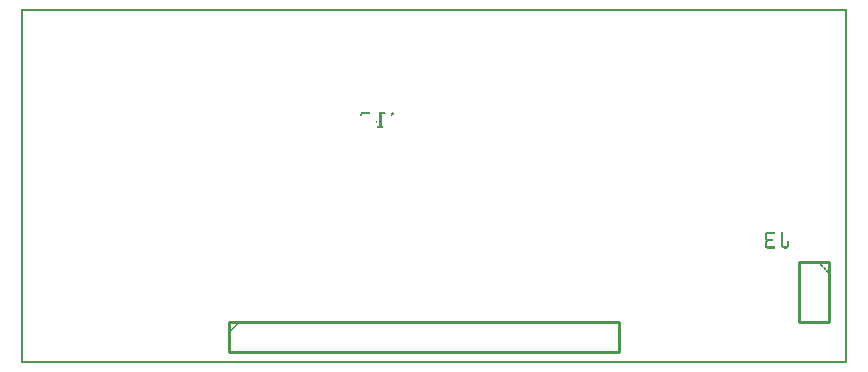
<source format=gbo>
G04 MADE WITH FRITZING*
G04 WWW.FRITZING.ORG*
G04 DOUBLE SIDED*
G04 HOLES PLATED*
G04 CONTOUR ON CENTER OF CONTOUR VECTOR*
%ASAXBY*%
%FSLAX23Y23*%
%MOIN*%
%OFA0B0*%
%SFA1.0B1.0*%
%ADD10C,0.010000*%
%ADD11R,0.001000X0.001000*%
%LNSILK0*%
G90*
G70*
G54D10*
X695Y137D02*
X1995Y137D01*
D02*
X1995Y137D02*
X1995Y37D01*
D02*
X1995Y37D02*
X695Y37D01*
D02*
X695Y37D02*
X695Y137D01*
D02*
X2694Y337D02*
X2694Y137D01*
D02*
X2694Y137D02*
X2594Y137D01*
D02*
X2594Y137D02*
X2594Y337D01*
D02*
X2594Y337D02*
X2694Y337D01*
G54D11*
X0Y1181D02*
X2754Y1181D01*
X0Y1180D02*
X2754Y1180D01*
X0Y1179D02*
X2754Y1179D01*
X0Y1178D02*
X2754Y1178D01*
X0Y1177D02*
X2754Y1177D01*
X0Y1176D02*
X2754Y1176D01*
X0Y1175D02*
X2754Y1175D01*
X0Y1174D02*
X2754Y1174D01*
X0Y1173D02*
X7Y1173D01*
X2747Y1173D02*
X2754Y1173D01*
X0Y1172D02*
X7Y1172D01*
X2747Y1172D02*
X2754Y1172D01*
X0Y1171D02*
X7Y1171D01*
X2747Y1171D02*
X2754Y1171D01*
X0Y1170D02*
X7Y1170D01*
X2747Y1170D02*
X2754Y1170D01*
X0Y1169D02*
X7Y1169D01*
X2747Y1169D02*
X2754Y1169D01*
X0Y1168D02*
X7Y1168D01*
X2747Y1168D02*
X2754Y1168D01*
X0Y1167D02*
X7Y1167D01*
X2747Y1167D02*
X2754Y1167D01*
X0Y1166D02*
X7Y1166D01*
X2747Y1166D02*
X2754Y1166D01*
X0Y1165D02*
X7Y1165D01*
X2747Y1165D02*
X2754Y1165D01*
X0Y1164D02*
X7Y1164D01*
X2747Y1164D02*
X2754Y1164D01*
X0Y1163D02*
X7Y1163D01*
X2747Y1163D02*
X2754Y1163D01*
X0Y1162D02*
X7Y1162D01*
X2747Y1162D02*
X2754Y1162D01*
X0Y1161D02*
X7Y1161D01*
X2747Y1161D02*
X2754Y1161D01*
X0Y1160D02*
X7Y1160D01*
X2747Y1160D02*
X2754Y1160D01*
X0Y1159D02*
X7Y1159D01*
X2747Y1159D02*
X2754Y1159D01*
X0Y1158D02*
X7Y1158D01*
X2747Y1158D02*
X2754Y1158D01*
X0Y1157D02*
X7Y1157D01*
X2747Y1157D02*
X2754Y1157D01*
X0Y1156D02*
X7Y1156D01*
X2747Y1156D02*
X2754Y1156D01*
X0Y1155D02*
X7Y1155D01*
X2747Y1155D02*
X2754Y1155D01*
X0Y1154D02*
X7Y1154D01*
X2747Y1154D02*
X2754Y1154D01*
X0Y1153D02*
X7Y1153D01*
X2747Y1153D02*
X2754Y1153D01*
X0Y1152D02*
X7Y1152D01*
X2747Y1152D02*
X2754Y1152D01*
X0Y1151D02*
X7Y1151D01*
X2747Y1151D02*
X2754Y1151D01*
X0Y1150D02*
X7Y1150D01*
X2747Y1150D02*
X2754Y1150D01*
X0Y1149D02*
X7Y1149D01*
X2747Y1149D02*
X2754Y1149D01*
X0Y1148D02*
X7Y1148D01*
X2747Y1148D02*
X2754Y1148D01*
X0Y1147D02*
X7Y1147D01*
X2747Y1147D02*
X2754Y1147D01*
X0Y1146D02*
X7Y1146D01*
X2747Y1146D02*
X2754Y1146D01*
X0Y1145D02*
X7Y1145D01*
X2747Y1145D02*
X2754Y1145D01*
X0Y1144D02*
X7Y1144D01*
X2747Y1144D02*
X2754Y1144D01*
X0Y1143D02*
X7Y1143D01*
X2747Y1143D02*
X2754Y1143D01*
X0Y1142D02*
X7Y1142D01*
X2747Y1142D02*
X2754Y1142D01*
X0Y1141D02*
X7Y1141D01*
X2747Y1141D02*
X2754Y1141D01*
X0Y1140D02*
X7Y1140D01*
X2747Y1140D02*
X2754Y1140D01*
X0Y1139D02*
X7Y1139D01*
X2747Y1139D02*
X2754Y1139D01*
X0Y1138D02*
X7Y1138D01*
X2747Y1138D02*
X2754Y1138D01*
X0Y1137D02*
X7Y1137D01*
X2747Y1137D02*
X2754Y1137D01*
X0Y1136D02*
X7Y1136D01*
X2747Y1136D02*
X2754Y1136D01*
X0Y1135D02*
X7Y1135D01*
X2747Y1135D02*
X2754Y1135D01*
X0Y1134D02*
X7Y1134D01*
X2747Y1134D02*
X2754Y1134D01*
X0Y1133D02*
X7Y1133D01*
X2747Y1133D02*
X2754Y1133D01*
X0Y1132D02*
X7Y1132D01*
X2747Y1132D02*
X2754Y1132D01*
X0Y1131D02*
X7Y1131D01*
X2747Y1131D02*
X2754Y1131D01*
X0Y1130D02*
X7Y1130D01*
X2747Y1130D02*
X2754Y1130D01*
X0Y1129D02*
X7Y1129D01*
X2747Y1129D02*
X2754Y1129D01*
X0Y1128D02*
X7Y1128D01*
X2747Y1128D02*
X2754Y1128D01*
X0Y1127D02*
X7Y1127D01*
X2747Y1127D02*
X2754Y1127D01*
X0Y1126D02*
X7Y1126D01*
X2747Y1126D02*
X2754Y1126D01*
X0Y1125D02*
X7Y1125D01*
X2747Y1125D02*
X2754Y1125D01*
X0Y1124D02*
X7Y1124D01*
X2747Y1124D02*
X2754Y1124D01*
X0Y1123D02*
X7Y1123D01*
X2747Y1123D02*
X2754Y1123D01*
X0Y1122D02*
X7Y1122D01*
X2747Y1122D02*
X2754Y1122D01*
X0Y1121D02*
X7Y1121D01*
X2747Y1121D02*
X2754Y1121D01*
X0Y1120D02*
X7Y1120D01*
X2747Y1120D02*
X2754Y1120D01*
X0Y1119D02*
X7Y1119D01*
X2747Y1119D02*
X2754Y1119D01*
X0Y1118D02*
X7Y1118D01*
X2747Y1118D02*
X2754Y1118D01*
X0Y1117D02*
X7Y1117D01*
X2747Y1117D02*
X2754Y1117D01*
X0Y1116D02*
X7Y1116D01*
X2747Y1116D02*
X2754Y1116D01*
X0Y1115D02*
X7Y1115D01*
X2747Y1115D02*
X2754Y1115D01*
X0Y1114D02*
X7Y1114D01*
X2747Y1114D02*
X2754Y1114D01*
X0Y1113D02*
X7Y1113D01*
X2747Y1113D02*
X2754Y1113D01*
X0Y1112D02*
X7Y1112D01*
X2747Y1112D02*
X2754Y1112D01*
X0Y1111D02*
X7Y1111D01*
X2747Y1111D02*
X2754Y1111D01*
X0Y1110D02*
X7Y1110D01*
X2747Y1110D02*
X2754Y1110D01*
X0Y1109D02*
X7Y1109D01*
X2747Y1109D02*
X2754Y1109D01*
X0Y1108D02*
X7Y1108D01*
X2747Y1108D02*
X2754Y1108D01*
X0Y1107D02*
X7Y1107D01*
X2747Y1107D02*
X2754Y1107D01*
X0Y1106D02*
X7Y1106D01*
X2747Y1106D02*
X2754Y1106D01*
X0Y1105D02*
X7Y1105D01*
X2747Y1105D02*
X2754Y1105D01*
X0Y1104D02*
X7Y1104D01*
X2747Y1104D02*
X2754Y1104D01*
X0Y1103D02*
X7Y1103D01*
X2747Y1103D02*
X2754Y1103D01*
X0Y1102D02*
X7Y1102D01*
X2747Y1102D02*
X2754Y1102D01*
X0Y1101D02*
X7Y1101D01*
X2747Y1101D02*
X2754Y1101D01*
X0Y1100D02*
X7Y1100D01*
X2747Y1100D02*
X2754Y1100D01*
X0Y1099D02*
X7Y1099D01*
X2747Y1099D02*
X2754Y1099D01*
X0Y1098D02*
X7Y1098D01*
X2747Y1098D02*
X2754Y1098D01*
X0Y1097D02*
X7Y1097D01*
X2747Y1097D02*
X2754Y1097D01*
X0Y1096D02*
X7Y1096D01*
X2747Y1096D02*
X2754Y1096D01*
X0Y1095D02*
X7Y1095D01*
X2747Y1095D02*
X2754Y1095D01*
X0Y1094D02*
X7Y1094D01*
X2747Y1094D02*
X2754Y1094D01*
X0Y1093D02*
X7Y1093D01*
X2747Y1093D02*
X2754Y1093D01*
X0Y1092D02*
X7Y1092D01*
X2747Y1092D02*
X2754Y1092D01*
X0Y1091D02*
X7Y1091D01*
X2747Y1091D02*
X2754Y1091D01*
X0Y1090D02*
X7Y1090D01*
X2747Y1090D02*
X2754Y1090D01*
X0Y1089D02*
X7Y1089D01*
X2747Y1089D02*
X2754Y1089D01*
X0Y1088D02*
X7Y1088D01*
X2747Y1088D02*
X2754Y1088D01*
X0Y1087D02*
X7Y1087D01*
X2747Y1087D02*
X2754Y1087D01*
X0Y1086D02*
X7Y1086D01*
X2747Y1086D02*
X2754Y1086D01*
X0Y1085D02*
X7Y1085D01*
X2747Y1085D02*
X2754Y1085D01*
X0Y1084D02*
X7Y1084D01*
X2747Y1084D02*
X2754Y1084D01*
X0Y1083D02*
X7Y1083D01*
X2747Y1083D02*
X2754Y1083D01*
X0Y1082D02*
X7Y1082D01*
X2747Y1082D02*
X2754Y1082D01*
X0Y1081D02*
X7Y1081D01*
X2747Y1081D02*
X2754Y1081D01*
X0Y1080D02*
X7Y1080D01*
X2747Y1080D02*
X2754Y1080D01*
X0Y1079D02*
X7Y1079D01*
X2747Y1079D02*
X2754Y1079D01*
X0Y1078D02*
X7Y1078D01*
X2747Y1078D02*
X2754Y1078D01*
X0Y1077D02*
X7Y1077D01*
X2747Y1077D02*
X2754Y1077D01*
X0Y1076D02*
X7Y1076D01*
X2747Y1076D02*
X2754Y1076D01*
X0Y1075D02*
X7Y1075D01*
X2747Y1075D02*
X2754Y1075D01*
X0Y1074D02*
X7Y1074D01*
X2747Y1074D02*
X2754Y1074D01*
X0Y1073D02*
X7Y1073D01*
X2747Y1073D02*
X2754Y1073D01*
X0Y1072D02*
X7Y1072D01*
X2747Y1072D02*
X2754Y1072D01*
X0Y1071D02*
X7Y1071D01*
X2747Y1071D02*
X2754Y1071D01*
X0Y1070D02*
X7Y1070D01*
X2747Y1070D02*
X2754Y1070D01*
X0Y1069D02*
X7Y1069D01*
X2747Y1069D02*
X2754Y1069D01*
X0Y1068D02*
X7Y1068D01*
X2747Y1068D02*
X2754Y1068D01*
X0Y1067D02*
X7Y1067D01*
X2747Y1067D02*
X2754Y1067D01*
X0Y1066D02*
X7Y1066D01*
X2747Y1066D02*
X2754Y1066D01*
X0Y1065D02*
X7Y1065D01*
X2747Y1065D02*
X2754Y1065D01*
X0Y1064D02*
X7Y1064D01*
X2747Y1064D02*
X2754Y1064D01*
X0Y1063D02*
X7Y1063D01*
X2747Y1063D02*
X2754Y1063D01*
X0Y1062D02*
X7Y1062D01*
X2747Y1062D02*
X2754Y1062D01*
X0Y1061D02*
X7Y1061D01*
X2747Y1061D02*
X2754Y1061D01*
X0Y1060D02*
X7Y1060D01*
X2747Y1060D02*
X2754Y1060D01*
X0Y1059D02*
X7Y1059D01*
X2747Y1059D02*
X2754Y1059D01*
X0Y1058D02*
X7Y1058D01*
X2747Y1058D02*
X2754Y1058D01*
X0Y1057D02*
X7Y1057D01*
X2747Y1057D02*
X2754Y1057D01*
X0Y1056D02*
X7Y1056D01*
X2747Y1056D02*
X2754Y1056D01*
X0Y1055D02*
X7Y1055D01*
X2747Y1055D02*
X2754Y1055D01*
X0Y1054D02*
X7Y1054D01*
X2747Y1054D02*
X2754Y1054D01*
X0Y1053D02*
X7Y1053D01*
X2747Y1053D02*
X2754Y1053D01*
X0Y1052D02*
X7Y1052D01*
X2747Y1052D02*
X2754Y1052D01*
X0Y1051D02*
X7Y1051D01*
X2747Y1051D02*
X2754Y1051D01*
X0Y1050D02*
X7Y1050D01*
X2747Y1050D02*
X2754Y1050D01*
X0Y1049D02*
X7Y1049D01*
X2747Y1049D02*
X2754Y1049D01*
X0Y1048D02*
X7Y1048D01*
X2747Y1048D02*
X2754Y1048D01*
X0Y1047D02*
X7Y1047D01*
X2747Y1047D02*
X2754Y1047D01*
X0Y1046D02*
X7Y1046D01*
X2747Y1046D02*
X2754Y1046D01*
X0Y1045D02*
X7Y1045D01*
X2747Y1045D02*
X2754Y1045D01*
X0Y1044D02*
X7Y1044D01*
X2747Y1044D02*
X2754Y1044D01*
X0Y1043D02*
X7Y1043D01*
X2747Y1043D02*
X2754Y1043D01*
X0Y1042D02*
X7Y1042D01*
X2747Y1042D02*
X2754Y1042D01*
X0Y1041D02*
X7Y1041D01*
X2747Y1041D02*
X2754Y1041D01*
X0Y1040D02*
X7Y1040D01*
X2747Y1040D02*
X2754Y1040D01*
X0Y1039D02*
X7Y1039D01*
X2747Y1039D02*
X2754Y1039D01*
X0Y1038D02*
X7Y1038D01*
X2747Y1038D02*
X2754Y1038D01*
X0Y1037D02*
X7Y1037D01*
X2747Y1037D02*
X2754Y1037D01*
X0Y1036D02*
X7Y1036D01*
X2747Y1036D02*
X2754Y1036D01*
X0Y1035D02*
X7Y1035D01*
X2747Y1035D02*
X2754Y1035D01*
X0Y1034D02*
X7Y1034D01*
X2747Y1034D02*
X2754Y1034D01*
X0Y1033D02*
X7Y1033D01*
X2747Y1033D02*
X2754Y1033D01*
X0Y1032D02*
X7Y1032D01*
X2747Y1032D02*
X2754Y1032D01*
X0Y1031D02*
X7Y1031D01*
X2747Y1031D02*
X2754Y1031D01*
X0Y1030D02*
X7Y1030D01*
X2747Y1030D02*
X2754Y1030D01*
X0Y1029D02*
X7Y1029D01*
X2747Y1029D02*
X2754Y1029D01*
X0Y1028D02*
X7Y1028D01*
X2747Y1028D02*
X2754Y1028D01*
X0Y1027D02*
X7Y1027D01*
X2747Y1027D02*
X2754Y1027D01*
X0Y1026D02*
X7Y1026D01*
X2747Y1026D02*
X2754Y1026D01*
X0Y1025D02*
X7Y1025D01*
X2747Y1025D02*
X2754Y1025D01*
X0Y1024D02*
X7Y1024D01*
X2747Y1024D02*
X2754Y1024D01*
X0Y1023D02*
X7Y1023D01*
X2747Y1023D02*
X2754Y1023D01*
X0Y1022D02*
X7Y1022D01*
X2747Y1022D02*
X2754Y1022D01*
X0Y1021D02*
X7Y1021D01*
X2747Y1021D02*
X2754Y1021D01*
X0Y1020D02*
X7Y1020D01*
X2747Y1020D02*
X2754Y1020D01*
X0Y1019D02*
X7Y1019D01*
X2747Y1019D02*
X2754Y1019D01*
X0Y1018D02*
X7Y1018D01*
X2747Y1018D02*
X2754Y1018D01*
X0Y1017D02*
X7Y1017D01*
X2747Y1017D02*
X2754Y1017D01*
X0Y1016D02*
X7Y1016D01*
X2747Y1016D02*
X2754Y1016D01*
X0Y1015D02*
X7Y1015D01*
X2747Y1015D02*
X2754Y1015D01*
X0Y1014D02*
X7Y1014D01*
X2747Y1014D02*
X2754Y1014D01*
X0Y1013D02*
X7Y1013D01*
X2747Y1013D02*
X2754Y1013D01*
X0Y1012D02*
X7Y1012D01*
X2747Y1012D02*
X2754Y1012D01*
X0Y1011D02*
X7Y1011D01*
X2747Y1011D02*
X2754Y1011D01*
X0Y1010D02*
X7Y1010D01*
X2747Y1010D02*
X2754Y1010D01*
X0Y1009D02*
X7Y1009D01*
X2747Y1009D02*
X2754Y1009D01*
X0Y1008D02*
X7Y1008D01*
X2747Y1008D02*
X2754Y1008D01*
X0Y1007D02*
X7Y1007D01*
X2747Y1007D02*
X2754Y1007D01*
X0Y1006D02*
X7Y1006D01*
X2747Y1006D02*
X2754Y1006D01*
X0Y1005D02*
X7Y1005D01*
X2747Y1005D02*
X2754Y1005D01*
X0Y1004D02*
X7Y1004D01*
X2747Y1004D02*
X2754Y1004D01*
X0Y1003D02*
X7Y1003D01*
X2747Y1003D02*
X2754Y1003D01*
X0Y1002D02*
X7Y1002D01*
X2747Y1002D02*
X2754Y1002D01*
X0Y1001D02*
X7Y1001D01*
X2747Y1001D02*
X2754Y1001D01*
X0Y1000D02*
X7Y1000D01*
X2747Y1000D02*
X2754Y1000D01*
X0Y999D02*
X7Y999D01*
X2747Y999D02*
X2754Y999D01*
X0Y998D02*
X7Y998D01*
X2747Y998D02*
X2754Y998D01*
X0Y997D02*
X7Y997D01*
X2747Y997D02*
X2754Y997D01*
X0Y996D02*
X7Y996D01*
X2747Y996D02*
X2754Y996D01*
X0Y995D02*
X7Y995D01*
X2747Y995D02*
X2754Y995D01*
X0Y994D02*
X7Y994D01*
X2747Y994D02*
X2754Y994D01*
X0Y993D02*
X7Y993D01*
X2747Y993D02*
X2754Y993D01*
X0Y992D02*
X7Y992D01*
X2747Y992D02*
X2754Y992D01*
X0Y991D02*
X7Y991D01*
X2747Y991D02*
X2754Y991D01*
X0Y990D02*
X7Y990D01*
X2747Y990D02*
X2754Y990D01*
X0Y989D02*
X7Y989D01*
X2747Y989D02*
X2754Y989D01*
X0Y988D02*
X7Y988D01*
X2747Y988D02*
X2754Y988D01*
X0Y987D02*
X7Y987D01*
X2747Y987D02*
X2754Y987D01*
X0Y986D02*
X7Y986D01*
X2747Y986D02*
X2754Y986D01*
X0Y985D02*
X7Y985D01*
X2747Y985D02*
X2754Y985D01*
X0Y984D02*
X7Y984D01*
X2747Y984D02*
X2754Y984D01*
X0Y983D02*
X7Y983D01*
X2747Y983D02*
X2754Y983D01*
X0Y982D02*
X7Y982D01*
X2747Y982D02*
X2754Y982D01*
X0Y981D02*
X7Y981D01*
X2747Y981D02*
X2754Y981D01*
X0Y980D02*
X7Y980D01*
X2747Y980D02*
X2754Y980D01*
X0Y979D02*
X7Y979D01*
X2747Y979D02*
X2754Y979D01*
X0Y978D02*
X7Y978D01*
X2747Y978D02*
X2754Y978D01*
X0Y977D02*
X7Y977D01*
X2747Y977D02*
X2754Y977D01*
X0Y976D02*
X7Y976D01*
X2747Y976D02*
X2754Y976D01*
X0Y975D02*
X7Y975D01*
X2747Y975D02*
X2754Y975D01*
X0Y974D02*
X7Y974D01*
X2747Y974D02*
X2754Y974D01*
X0Y973D02*
X7Y973D01*
X2747Y973D02*
X2754Y973D01*
X0Y972D02*
X7Y972D01*
X2747Y972D02*
X2754Y972D01*
X0Y971D02*
X7Y971D01*
X2747Y971D02*
X2754Y971D01*
X0Y970D02*
X7Y970D01*
X2747Y970D02*
X2754Y970D01*
X0Y969D02*
X7Y969D01*
X2747Y969D02*
X2754Y969D01*
X0Y968D02*
X7Y968D01*
X2747Y968D02*
X2754Y968D01*
X0Y967D02*
X7Y967D01*
X2747Y967D02*
X2754Y967D01*
X0Y966D02*
X7Y966D01*
X2747Y966D02*
X2754Y966D01*
X0Y965D02*
X7Y965D01*
X2747Y965D02*
X2754Y965D01*
X0Y964D02*
X7Y964D01*
X2747Y964D02*
X2754Y964D01*
X0Y963D02*
X7Y963D01*
X2747Y963D02*
X2754Y963D01*
X0Y962D02*
X7Y962D01*
X2747Y962D02*
X2754Y962D01*
X0Y961D02*
X7Y961D01*
X2747Y961D02*
X2754Y961D01*
X0Y960D02*
X7Y960D01*
X2747Y960D02*
X2754Y960D01*
X0Y959D02*
X7Y959D01*
X2747Y959D02*
X2754Y959D01*
X0Y958D02*
X7Y958D01*
X2747Y958D02*
X2754Y958D01*
X0Y957D02*
X7Y957D01*
X2747Y957D02*
X2754Y957D01*
X0Y956D02*
X7Y956D01*
X2747Y956D02*
X2754Y956D01*
X0Y955D02*
X7Y955D01*
X2747Y955D02*
X2754Y955D01*
X0Y954D02*
X7Y954D01*
X2747Y954D02*
X2754Y954D01*
X0Y953D02*
X7Y953D01*
X2747Y953D02*
X2754Y953D01*
X0Y952D02*
X7Y952D01*
X2747Y952D02*
X2754Y952D01*
X0Y951D02*
X7Y951D01*
X2747Y951D02*
X2754Y951D01*
X0Y950D02*
X7Y950D01*
X2747Y950D02*
X2754Y950D01*
X0Y949D02*
X7Y949D01*
X2747Y949D02*
X2754Y949D01*
X0Y948D02*
X7Y948D01*
X2747Y948D02*
X2754Y948D01*
X0Y947D02*
X7Y947D01*
X2747Y947D02*
X2754Y947D01*
X0Y946D02*
X7Y946D01*
X2747Y946D02*
X2754Y946D01*
X0Y945D02*
X7Y945D01*
X2747Y945D02*
X2754Y945D01*
X0Y944D02*
X7Y944D01*
X2747Y944D02*
X2754Y944D01*
X0Y943D02*
X7Y943D01*
X2747Y943D02*
X2754Y943D01*
X0Y942D02*
X7Y942D01*
X2747Y942D02*
X2754Y942D01*
X0Y941D02*
X7Y941D01*
X2747Y941D02*
X2754Y941D01*
X0Y940D02*
X7Y940D01*
X2747Y940D02*
X2754Y940D01*
X0Y939D02*
X7Y939D01*
X2747Y939D02*
X2754Y939D01*
X0Y938D02*
X7Y938D01*
X2747Y938D02*
X2754Y938D01*
X0Y937D02*
X7Y937D01*
X2747Y937D02*
X2754Y937D01*
X0Y936D02*
X7Y936D01*
X2747Y936D02*
X2754Y936D01*
X0Y935D02*
X7Y935D01*
X2747Y935D02*
X2754Y935D01*
X0Y934D02*
X7Y934D01*
X2747Y934D02*
X2754Y934D01*
X0Y933D02*
X7Y933D01*
X2747Y933D02*
X2754Y933D01*
X0Y932D02*
X7Y932D01*
X2747Y932D02*
X2754Y932D01*
X0Y931D02*
X7Y931D01*
X2747Y931D02*
X2754Y931D01*
X0Y930D02*
X7Y930D01*
X2747Y930D02*
X2754Y930D01*
X0Y929D02*
X7Y929D01*
X2747Y929D02*
X2754Y929D01*
X0Y928D02*
X7Y928D01*
X2747Y928D02*
X2754Y928D01*
X0Y927D02*
X7Y927D01*
X2747Y927D02*
X2754Y927D01*
X0Y926D02*
X7Y926D01*
X2747Y926D02*
X2754Y926D01*
X0Y925D02*
X7Y925D01*
X2747Y925D02*
X2754Y925D01*
X0Y924D02*
X7Y924D01*
X2747Y924D02*
X2754Y924D01*
X0Y923D02*
X7Y923D01*
X2747Y923D02*
X2754Y923D01*
X0Y922D02*
X7Y922D01*
X2747Y922D02*
X2754Y922D01*
X0Y921D02*
X7Y921D01*
X2747Y921D02*
X2754Y921D01*
X0Y920D02*
X7Y920D01*
X2747Y920D02*
X2754Y920D01*
X0Y919D02*
X7Y919D01*
X2747Y919D02*
X2754Y919D01*
X0Y918D02*
X7Y918D01*
X2747Y918D02*
X2754Y918D01*
X0Y917D02*
X7Y917D01*
X2747Y917D02*
X2754Y917D01*
X0Y916D02*
X7Y916D01*
X2747Y916D02*
X2754Y916D01*
X0Y915D02*
X7Y915D01*
X2747Y915D02*
X2754Y915D01*
X0Y914D02*
X7Y914D01*
X2747Y914D02*
X2754Y914D01*
X0Y913D02*
X7Y913D01*
X2747Y913D02*
X2754Y913D01*
X0Y912D02*
X7Y912D01*
X2747Y912D02*
X2754Y912D01*
X0Y911D02*
X7Y911D01*
X2747Y911D02*
X2754Y911D01*
X0Y910D02*
X7Y910D01*
X2747Y910D02*
X2754Y910D01*
X0Y909D02*
X7Y909D01*
X2747Y909D02*
X2754Y909D01*
X0Y908D02*
X7Y908D01*
X2747Y908D02*
X2754Y908D01*
X0Y907D02*
X7Y907D01*
X2747Y907D02*
X2754Y907D01*
X0Y906D02*
X7Y906D01*
X2747Y906D02*
X2754Y906D01*
X0Y905D02*
X7Y905D01*
X2747Y905D02*
X2754Y905D01*
X0Y904D02*
X7Y904D01*
X2747Y904D02*
X2754Y904D01*
X0Y903D02*
X7Y903D01*
X2747Y903D02*
X2754Y903D01*
X0Y902D02*
X7Y902D01*
X2747Y902D02*
X2754Y902D01*
X0Y901D02*
X7Y901D01*
X2747Y901D02*
X2754Y901D01*
X0Y900D02*
X7Y900D01*
X2747Y900D02*
X2754Y900D01*
X0Y899D02*
X7Y899D01*
X2747Y899D02*
X2754Y899D01*
X0Y898D02*
X7Y898D01*
X2747Y898D02*
X2754Y898D01*
X0Y897D02*
X7Y897D01*
X2747Y897D02*
X2754Y897D01*
X0Y896D02*
X7Y896D01*
X2747Y896D02*
X2754Y896D01*
X0Y895D02*
X7Y895D01*
X2747Y895D02*
X2754Y895D01*
X0Y894D02*
X7Y894D01*
X2747Y894D02*
X2754Y894D01*
X0Y893D02*
X7Y893D01*
X2747Y893D02*
X2754Y893D01*
X0Y892D02*
X7Y892D01*
X2747Y892D02*
X2754Y892D01*
X0Y891D02*
X7Y891D01*
X2747Y891D02*
X2754Y891D01*
X0Y890D02*
X7Y890D01*
X2747Y890D02*
X2754Y890D01*
X0Y889D02*
X7Y889D01*
X2747Y889D02*
X2754Y889D01*
X0Y888D02*
X7Y888D01*
X2747Y888D02*
X2754Y888D01*
X0Y887D02*
X7Y887D01*
X2747Y887D02*
X2754Y887D01*
X0Y886D02*
X7Y886D01*
X2747Y886D02*
X2754Y886D01*
X0Y885D02*
X7Y885D01*
X2747Y885D02*
X2754Y885D01*
X0Y884D02*
X7Y884D01*
X2747Y884D02*
X2754Y884D01*
X0Y883D02*
X7Y883D01*
X2747Y883D02*
X2754Y883D01*
X0Y882D02*
X7Y882D01*
X2747Y882D02*
X2754Y882D01*
X0Y881D02*
X7Y881D01*
X2747Y881D02*
X2754Y881D01*
X0Y880D02*
X7Y880D01*
X2747Y880D02*
X2754Y880D01*
X0Y879D02*
X7Y879D01*
X2747Y879D02*
X2754Y879D01*
X0Y878D02*
X7Y878D01*
X2747Y878D02*
X2754Y878D01*
X0Y877D02*
X7Y877D01*
X2747Y877D02*
X2754Y877D01*
X0Y876D02*
X7Y876D01*
X2747Y876D02*
X2754Y876D01*
X0Y875D02*
X7Y875D01*
X2747Y875D02*
X2754Y875D01*
X0Y874D02*
X7Y874D01*
X2747Y874D02*
X2754Y874D01*
X0Y873D02*
X7Y873D01*
X2747Y873D02*
X2754Y873D01*
X0Y872D02*
X7Y872D01*
X2747Y872D02*
X2754Y872D01*
X0Y871D02*
X7Y871D01*
X2747Y871D02*
X2754Y871D01*
X0Y870D02*
X7Y870D01*
X2747Y870D02*
X2754Y870D01*
X0Y869D02*
X7Y869D01*
X2747Y869D02*
X2754Y869D01*
X0Y868D02*
X7Y868D01*
X2747Y868D02*
X2754Y868D01*
X0Y867D02*
X7Y867D01*
X2747Y867D02*
X2754Y867D01*
X0Y866D02*
X7Y866D01*
X2747Y866D02*
X2754Y866D01*
X0Y865D02*
X7Y865D01*
X2747Y865D02*
X2754Y865D01*
X0Y864D02*
X7Y864D01*
X2747Y864D02*
X2754Y864D01*
X0Y863D02*
X7Y863D01*
X2747Y863D02*
X2754Y863D01*
X0Y862D02*
X7Y862D01*
X2747Y862D02*
X2754Y862D01*
X0Y861D02*
X7Y861D01*
X2747Y861D02*
X2754Y861D01*
X0Y860D02*
X7Y860D01*
X2747Y860D02*
X2754Y860D01*
X0Y859D02*
X7Y859D01*
X2747Y859D02*
X2754Y859D01*
X0Y858D02*
X7Y858D01*
X2747Y858D02*
X2754Y858D01*
X0Y857D02*
X7Y857D01*
X2747Y857D02*
X2754Y857D01*
X0Y856D02*
X7Y856D01*
X2747Y856D02*
X2754Y856D01*
X0Y855D02*
X7Y855D01*
X2747Y855D02*
X2754Y855D01*
X0Y854D02*
X7Y854D01*
X2747Y854D02*
X2754Y854D01*
X0Y853D02*
X7Y853D01*
X2747Y853D02*
X2754Y853D01*
X0Y852D02*
X7Y852D01*
X2747Y852D02*
X2754Y852D01*
X0Y851D02*
X7Y851D01*
X2747Y851D02*
X2754Y851D01*
X0Y850D02*
X7Y850D01*
X2747Y850D02*
X2754Y850D01*
X0Y849D02*
X7Y849D01*
X2747Y849D02*
X2754Y849D01*
X0Y848D02*
X7Y848D01*
X2747Y848D02*
X2754Y848D01*
X0Y847D02*
X7Y847D01*
X2747Y847D02*
X2754Y847D01*
X0Y846D02*
X7Y846D01*
X2747Y846D02*
X2754Y846D01*
X0Y845D02*
X7Y845D01*
X2747Y845D02*
X2754Y845D01*
X0Y844D02*
X7Y844D01*
X2747Y844D02*
X2754Y844D01*
X0Y843D02*
X7Y843D01*
X2747Y843D02*
X2754Y843D01*
X0Y842D02*
X7Y842D01*
X2747Y842D02*
X2754Y842D01*
X0Y841D02*
X7Y841D01*
X2747Y841D02*
X2754Y841D01*
X0Y840D02*
X7Y840D01*
X2747Y840D02*
X2754Y840D01*
X0Y839D02*
X7Y839D01*
X2747Y839D02*
X2754Y839D01*
X0Y838D02*
X7Y838D01*
X2747Y838D02*
X2754Y838D01*
X0Y837D02*
X7Y837D01*
X1136Y837D02*
X1164Y837D01*
X1196Y837D02*
X1215Y837D01*
X1237Y837D02*
X1241Y837D01*
X2747Y837D02*
X2754Y837D01*
X0Y836D02*
X7Y836D01*
X1135Y836D02*
X1165Y836D01*
X1196Y836D02*
X1215Y836D01*
X1237Y836D02*
X1241Y836D01*
X2747Y836D02*
X2754Y836D01*
X0Y835D02*
X7Y835D01*
X1134Y835D02*
X1166Y835D01*
X1196Y835D02*
X1216Y835D01*
X1236Y835D02*
X1242Y835D01*
X2747Y835D02*
X2754Y835D01*
X0Y834D02*
X7Y834D01*
X1133Y834D02*
X1166Y834D01*
X1196Y834D02*
X1216Y834D01*
X1236Y834D02*
X1242Y834D01*
X2747Y834D02*
X2754Y834D01*
X0Y833D02*
X7Y833D01*
X1133Y833D02*
X1165Y833D01*
X1196Y833D02*
X1216Y833D01*
X1236Y833D02*
X1242Y833D01*
X2747Y833D02*
X2754Y833D01*
X0Y832D02*
X7Y832D01*
X1132Y832D02*
X1165Y832D01*
X1196Y832D02*
X1215Y832D01*
X1236Y832D02*
X1242Y832D01*
X2747Y832D02*
X2754Y832D01*
X0Y831D02*
X7Y831D01*
X1132Y831D02*
X1163Y831D01*
X1196Y831D02*
X1214Y831D01*
X1236Y831D02*
X1242Y831D01*
X2747Y831D02*
X2754Y831D01*
X0Y830D02*
X7Y830D01*
X1132Y830D02*
X1138Y830D01*
X1196Y830D02*
X1202Y830D01*
X1236Y830D02*
X1242Y830D01*
X2747Y830D02*
X2754Y830D01*
X0Y829D02*
X7Y829D01*
X1132Y829D02*
X1138Y829D01*
X1196Y829D02*
X1202Y829D01*
X1236Y829D02*
X1242Y829D01*
X2747Y829D02*
X2754Y829D01*
X0Y828D02*
X7Y828D01*
X1132Y828D02*
X1138Y828D01*
X1196Y828D02*
X1202Y828D01*
X1236Y828D02*
X1242Y828D01*
X2747Y828D02*
X2754Y828D01*
X0Y827D02*
X7Y827D01*
X1132Y827D02*
X1138Y827D01*
X1196Y827D02*
X1202Y827D01*
X1236Y827D02*
X1242Y827D01*
X2747Y827D02*
X2754Y827D01*
X0Y826D02*
X7Y826D01*
X1132Y826D02*
X1138Y826D01*
X1196Y826D02*
X1202Y826D01*
X1236Y826D02*
X1238Y826D01*
X2747Y826D02*
X2754Y826D01*
X0Y825D02*
X7Y825D01*
X1132Y825D02*
X1134Y825D01*
X1196Y825D02*
X1202Y825D01*
X2747Y825D02*
X2754Y825D01*
X0Y824D02*
X7Y824D01*
X1132Y824D02*
X1132Y824D01*
X1196Y824D02*
X1202Y824D01*
X2747Y824D02*
X2754Y824D01*
X0Y823D02*
X7Y823D01*
X1196Y823D02*
X1202Y823D01*
X2747Y823D02*
X2754Y823D01*
X0Y822D02*
X7Y822D01*
X1196Y822D02*
X1202Y822D01*
X2747Y822D02*
X2754Y822D01*
X0Y821D02*
X7Y821D01*
X1196Y821D02*
X1202Y821D01*
X2747Y821D02*
X2754Y821D01*
X0Y820D02*
X7Y820D01*
X1196Y820D02*
X1202Y820D01*
X2747Y820D02*
X2754Y820D01*
X0Y819D02*
X7Y819D01*
X1196Y819D02*
X1202Y819D01*
X2747Y819D02*
X2754Y819D01*
X0Y818D02*
X7Y818D01*
X1196Y818D02*
X1202Y818D01*
X2747Y818D02*
X2754Y818D01*
X0Y817D02*
X7Y817D01*
X1196Y817D02*
X1202Y817D01*
X2747Y817D02*
X2754Y817D01*
X0Y816D02*
X7Y816D01*
X1196Y816D02*
X1202Y816D01*
X2747Y816D02*
X2754Y816D01*
X0Y815D02*
X7Y815D01*
X1196Y815D02*
X1202Y815D01*
X2747Y815D02*
X2754Y815D01*
X0Y814D02*
X7Y814D01*
X1196Y814D02*
X1202Y814D01*
X2747Y814D02*
X2754Y814D01*
X0Y813D02*
X7Y813D01*
X1196Y813D02*
X1202Y813D01*
X2747Y813D02*
X2754Y813D01*
X0Y812D02*
X7Y812D01*
X1196Y812D02*
X1202Y812D01*
X2747Y812D02*
X2754Y812D01*
X0Y811D02*
X7Y811D01*
X1196Y811D02*
X1202Y811D01*
X2747Y811D02*
X2754Y811D01*
X0Y810D02*
X7Y810D01*
X1196Y810D02*
X1202Y810D01*
X2747Y810D02*
X2754Y810D01*
X0Y809D02*
X7Y809D01*
X1196Y809D02*
X1202Y809D01*
X2747Y809D02*
X2754Y809D01*
X0Y808D02*
X7Y808D01*
X1184Y808D02*
X1186Y808D01*
X1196Y808D02*
X1202Y808D01*
X2747Y808D02*
X2754Y808D01*
X0Y807D02*
X7Y807D01*
X1183Y807D02*
X1188Y807D01*
X1196Y807D02*
X1202Y807D01*
X2747Y807D02*
X2754Y807D01*
X0Y806D02*
X7Y806D01*
X1184Y806D02*
X1188Y806D01*
X1196Y806D02*
X1202Y806D01*
X2747Y806D02*
X2754Y806D01*
X0Y805D02*
X7Y805D01*
X1184Y805D02*
X1188Y805D01*
X1196Y805D02*
X1202Y805D01*
X2747Y805D02*
X2754Y805D01*
X0Y804D02*
X7Y804D01*
X1185Y804D02*
X1188Y804D01*
X1196Y804D02*
X1202Y804D01*
X2747Y804D02*
X2754Y804D01*
X0Y803D02*
X7Y803D01*
X1185Y803D02*
X1188Y803D01*
X1196Y803D02*
X1202Y803D01*
X2747Y803D02*
X2754Y803D01*
X0Y802D02*
X7Y802D01*
X1186Y802D02*
X1188Y802D01*
X1196Y802D02*
X1202Y802D01*
X2747Y802D02*
X2754Y802D01*
X0Y801D02*
X7Y801D01*
X1186Y801D02*
X1188Y801D01*
X1196Y801D02*
X1202Y801D01*
X2747Y801D02*
X2754Y801D01*
X0Y800D02*
X7Y800D01*
X1186Y800D02*
X1188Y800D01*
X1196Y800D02*
X1202Y800D01*
X2747Y800D02*
X2754Y800D01*
X0Y799D02*
X7Y799D01*
X1187Y799D02*
X1188Y799D01*
X1196Y799D02*
X1202Y799D01*
X2747Y799D02*
X2754Y799D01*
X0Y798D02*
X7Y798D01*
X1187Y798D02*
X1188Y798D01*
X1196Y798D02*
X1202Y798D01*
X2747Y798D02*
X2754Y798D01*
X0Y797D02*
X7Y797D01*
X1187Y797D02*
X1188Y797D01*
X1196Y797D02*
X1202Y797D01*
X2747Y797D02*
X2754Y797D01*
X0Y796D02*
X7Y796D01*
X1187Y796D02*
X1188Y796D01*
X1196Y796D02*
X1202Y796D01*
X2747Y796D02*
X2754Y796D01*
X0Y795D02*
X7Y795D01*
X1188Y795D02*
X1188Y795D01*
X1196Y795D02*
X1202Y795D01*
X2747Y795D02*
X2754Y795D01*
X0Y794D02*
X7Y794D01*
X1188Y794D02*
X1188Y794D01*
X1196Y794D02*
X1202Y794D01*
X2747Y794D02*
X2754Y794D01*
X0Y793D02*
X7Y793D01*
X1188Y793D02*
X1188Y793D01*
X1196Y793D02*
X1202Y793D01*
X2747Y793D02*
X2754Y793D01*
X0Y792D02*
X7Y792D01*
X1188Y792D02*
X1188Y792D01*
X1196Y792D02*
X1202Y792D01*
X2747Y792D02*
X2754Y792D01*
X0Y791D02*
X7Y791D01*
X1188Y791D02*
X1188Y791D01*
X1196Y791D02*
X1202Y791D01*
X2747Y791D02*
X2754Y791D01*
X0Y790D02*
X7Y790D01*
X1188Y790D02*
X1208Y790D01*
X2747Y790D02*
X2754Y790D01*
X0Y789D02*
X7Y789D01*
X1188Y789D02*
X1208Y789D01*
X2747Y789D02*
X2754Y789D01*
X0Y788D02*
X7Y788D01*
X1188Y788D02*
X1207Y788D01*
X2747Y788D02*
X2754Y788D01*
X0Y787D02*
X7Y787D01*
X1188Y787D02*
X1207Y787D01*
X2747Y787D02*
X2754Y787D01*
X0Y786D02*
X7Y786D01*
X1188Y786D02*
X1208Y786D01*
X2747Y786D02*
X2754Y786D01*
X0Y785D02*
X7Y785D01*
X1188Y785D02*
X1208Y785D01*
X2747Y785D02*
X2754Y785D01*
X0Y784D02*
X7Y784D01*
X1188Y784D02*
X1208Y784D01*
X2747Y784D02*
X2754Y784D01*
X0Y783D02*
X7Y783D01*
X2747Y783D02*
X2754Y783D01*
X0Y782D02*
X7Y782D01*
X2747Y782D02*
X2754Y782D01*
X0Y781D02*
X7Y781D01*
X2747Y781D02*
X2754Y781D01*
X0Y780D02*
X7Y780D01*
X2747Y780D02*
X2754Y780D01*
X0Y779D02*
X7Y779D01*
X2747Y779D02*
X2754Y779D01*
X0Y778D02*
X7Y778D01*
X2747Y778D02*
X2754Y778D01*
X0Y777D02*
X7Y777D01*
X2747Y777D02*
X2754Y777D01*
X0Y776D02*
X7Y776D01*
X2747Y776D02*
X2754Y776D01*
X0Y775D02*
X7Y775D01*
X2747Y775D02*
X2754Y775D01*
X0Y774D02*
X7Y774D01*
X2747Y774D02*
X2754Y774D01*
X0Y773D02*
X7Y773D01*
X2747Y773D02*
X2754Y773D01*
X0Y772D02*
X7Y772D01*
X2747Y772D02*
X2754Y772D01*
X0Y771D02*
X7Y771D01*
X2747Y771D02*
X2754Y771D01*
X0Y770D02*
X7Y770D01*
X2747Y770D02*
X2754Y770D01*
X0Y769D02*
X7Y769D01*
X2747Y769D02*
X2754Y769D01*
X0Y768D02*
X7Y768D01*
X2747Y768D02*
X2754Y768D01*
X0Y767D02*
X7Y767D01*
X2747Y767D02*
X2754Y767D01*
X0Y766D02*
X7Y766D01*
X2747Y766D02*
X2754Y766D01*
X0Y765D02*
X7Y765D01*
X2747Y765D02*
X2754Y765D01*
X0Y764D02*
X7Y764D01*
X2747Y764D02*
X2754Y764D01*
X0Y763D02*
X7Y763D01*
X2747Y763D02*
X2754Y763D01*
X0Y762D02*
X7Y762D01*
X2747Y762D02*
X2754Y762D01*
X0Y761D02*
X7Y761D01*
X2747Y761D02*
X2754Y761D01*
X0Y760D02*
X7Y760D01*
X2747Y760D02*
X2754Y760D01*
X0Y759D02*
X7Y759D01*
X2747Y759D02*
X2754Y759D01*
X0Y758D02*
X7Y758D01*
X2747Y758D02*
X2754Y758D01*
X0Y757D02*
X7Y757D01*
X2747Y757D02*
X2754Y757D01*
X0Y756D02*
X7Y756D01*
X2747Y756D02*
X2754Y756D01*
X0Y755D02*
X7Y755D01*
X2747Y755D02*
X2754Y755D01*
X0Y754D02*
X7Y754D01*
X2747Y754D02*
X2754Y754D01*
X0Y753D02*
X7Y753D01*
X2747Y753D02*
X2754Y753D01*
X0Y752D02*
X7Y752D01*
X2747Y752D02*
X2754Y752D01*
X0Y751D02*
X7Y751D01*
X2747Y751D02*
X2754Y751D01*
X0Y750D02*
X7Y750D01*
X2747Y750D02*
X2754Y750D01*
X0Y749D02*
X7Y749D01*
X2747Y749D02*
X2754Y749D01*
X0Y748D02*
X7Y748D01*
X2747Y748D02*
X2754Y748D01*
X0Y747D02*
X7Y747D01*
X2747Y747D02*
X2754Y747D01*
X0Y746D02*
X7Y746D01*
X2747Y746D02*
X2754Y746D01*
X0Y745D02*
X7Y745D01*
X2747Y745D02*
X2754Y745D01*
X0Y744D02*
X7Y744D01*
X2747Y744D02*
X2754Y744D01*
X0Y743D02*
X7Y743D01*
X2747Y743D02*
X2754Y743D01*
X0Y742D02*
X7Y742D01*
X2747Y742D02*
X2754Y742D01*
X0Y741D02*
X7Y741D01*
X2747Y741D02*
X2754Y741D01*
X0Y740D02*
X7Y740D01*
X2747Y740D02*
X2754Y740D01*
X0Y739D02*
X7Y739D01*
X2747Y739D02*
X2754Y739D01*
X0Y738D02*
X7Y738D01*
X2747Y738D02*
X2754Y738D01*
X0Y737D02*
X7Y737D01*
X2747Y737D02*
X2754Y737D01*
X0Y736D02*
X7Y736D01*
X2747Y736D02*
X2754Y736D01*
X0Y735D02*
X7Y735D01*
X2747Y735D02*
X2754Y735D01*
X0Y734D02*
X7Y734D01*
X2747Y734D02*
X2754Y734D01*
X0Y733D02*
X7Y733D01*
X2747Y733D02*
X2754Y733D01*
X0Y732D02*
X7Y732D01*
X2747Y732D02*
X2754Y732D01*
X0Y731D02*
X7Y731D01*
X2747Y731D02*
X2754Y731D01*
X0Y730D02*
X7Y730D01*
X2747Y730D02*
X2754Y730D01*
X0Y729D02*
X7Y729D01*
X2747Y729D02*
X2754Y729D01*
X0Y728D02*
X7Y728D01*
X2747Y728D02*
X2754Y728D01*
X0Y727D02*
X7Y727D01*
X2747Y727D02*
X2754Y727D01*
X0Y726D02*
X7Y726D01*
X2747Y726D02*
X2754Y726D01*
X0Y725D02*
X7Y725D01*
X2747Y725D02*
X2754Y725D01*
X0Y724D02*
X7Y724D01*
X2747Y724D02*
X2754Y724D01*
X0Y723D02*
X7Y723D01*
X2747Y723D02*
X2754Y723D01*
X0Y722D02*
X7Y722D01*
X2747Y722D02*
X2754Y722D01*
X0Y721D02*
X7Y721D01*
X2747Y721D02*
X2754Y721D01*
X0Y720D02*
X7Y720D01*
X2747Y720D02*
X2754Y720D01*
X0Y719D02*
X7Y719D01*
X2747Y719D02*
X2754Y719D01*
X0Y718D02*
X7Y718D01*
X2747Y718D02*
X2754Y718D01*
X0Y717D02*
X7Y717D01*
X2747Y717D02*
X2754Y717D01*
X0Y716D02*
X7Y716D01*
X2747Y716D02*
X2754Y716D01*
X0Y715D02*
X7Y715D01*
X2747Y715D02*
X2754Y715D01*
X0Y714D02*
X7Y714D01*
X2747Y714D02*
X2754Y714D01*
X0Y713D02*
X7Y713D01*
X2747Y713D02*
X2754Y713D01*
X0Y712D02*
X7Y712D01*
X2747Y712D02*
X2754Y712D01*
X0Y711D02*
X7Y711D01*
X2747Y711D02*
X2754Y711D01*
X0Y710D02*
X7Y710D01*
X2747Y710D02*
X2754Y710D01*
X0Y709D02*
X7Y709D01*
X2747Y709D02*
X2754Y709D01*
X0Y708D02*
X7Y708D01*
X2747Y708D02*
X2754Y708D01*
X0Y707D02*
X7Y707D01*
X2747Y707D02*
X2754Y707D01*
X0Y706D02*
X7Y706D01*
X2747Y706D02*
X2754Y706D01*
X0Y705D02*
X7Y705D01*
X2747Y705D02*
X2754Y705D01*
X0Y704D02*
X7Y704D01*
X2747Y704D02*
X2754Y704D01*
X0Y703D02*
X7Y703D01*
X2747Y703D02*
X2754Y703D01*
X0Y702D02*
X7Y702D01*
X2747Y702D02*
X2754Y702D01*
X0Y701D02*
X7Y701D01*
X2747Y701D02*
X2754Y701D01*
X0Y700D02*
X7Y700D01*
X2747Y700D02*
X2754Y700D01*
X0Y699D02*
X7Y699D01*
X2747Y699D02*
X2754Y699D01*
X0Y698D02*
X7Y698D01*
X2747Y698D02*
X2754Y698D01*
X0Y697D02*
X7Y697D01*
X2747Y697D02*
X2754Y697D01*
X0Y696D02*
X7Y696D01*
X2747Y696D02*
X2754Y696D01*
X0Y695D02*
X7Y695D01*
X2747Y695D02*
X2754Y695D01*
X0Y694D02*
X7Y694D01*
X2747Y694D02*
X2754Y694D01*
X0Y693D02*
X7Y693D01*
X2747Y693D02*
X2754Y693D01*
X0Y692D02*
X7Y692D01*
X2747Y692D02*
X2754Y692D01*
X0Y691D02*
X7Y691D01*
X2747Y691D02*
X2754Y691D01*
X0Y690D02*
X7Y690D01*
X2747Y690D02*
X2754Y690D01*
X0Y689D02*
X7Y689D01*
X2747Y689D02*
X2754Y689D01*
X0Y688D02*
X7Y688D01*
X2747Y688D02*
X2754Y688D01*
X0Y687D02*
X7Y687D01*
X2747Y687D02*
X2754Y687D01*
X0Y686D02*
X7Y686D01*
X2747Y686D02*
X2754Y686D01*
X0Y685D02*
X7Y685D01*
X2747Y685D02*
X2754Y685D01*
X0Y684D02*
X7Y684D01*
X2747Y684D02*
X2754Y684D01*
X0Y683D02*
X7Y683D01*
X2747Y683D02*
X2754Y683D01*
X0Y682D02*
X7Y682D01*
X2747Y682D02*
X2754Y682D01*
X0Y681D02*
X7Y681D01*
X2747Y681D02*
X2754Y681D01*
X0Y680D02*
X7Y680D01*
X2747Y680D02*
X2754Y680D01*
X0Y679D02*
X7Y679D01*
X2747Y679D02*
X2754Y679D01*
X0Y678D02*
X7Y678D01*
X2747Y678D02*
X2754Y678D01*
X0Y677D02*
X7Y677D01*
X2747Y677D02*
X2754Y677D01*
X0Y676D02*
X7Y676D01*
X2747Y676D02*
X2754Y676D01*
X0Y675D02*
X7Y675D01*
X2747Y675D02*
X2754Y675D01*
X0Y674D02*
X7Y674D01*
X2747Y674D02*
X2754Y674D01*
X0Y673D02*
X7Y673D01*
X2747Y673D02*
X2754Y673D01*
X0Y672D02*
X7Y672D01*
X2747Y672D02*
X2754Y672D01*
X0Y671D02*
X7Y671D01*
X2747Y671D02*
X2754Y671D01*
X0Y670D02*
X7Y670D01*
X2747Y670D02*
X2754Y670D01*
X0Y669D02*
X7Y669D01*
X2747Y669D02*
X2754Y669D01*
X0Y668D02*
X7Y668D01*
X2747Y668D02*
X2754Y668D01*
X0Y667D02*
X7Y667D01*
X2747Y667D02*
X2754Y667D01*
X0Y666D02*
X7Y666D01*
X2747Y666D02*
X2754Y666D01*
X0Y665D02*
X7Y665D01*
X2747Y665D02*
X2754Y665D01*
X0Y664D02*
X7Y664D01*
X2747Y664D02*
X2754Y664D01*
X0Y663D02*
X7Y663D01*
X2747Y663D02*
X2754Y663D01*
X0Y662D02*
X7Y662D01*
X2747Y662D02*
X2754Y662D01*
X0Y661D02*
X7Y661D01*
X2747Y661D02*
X2754Y661D01*
X0Y660D02*
X7Y660D01*
X2747Y660D02*
X2754Y660D01*
X0Y659D02*
X7Y659D01*
X2747Y659D02*
X2754Y659D01*
X0Y658D02*
X7Y658D01*
X2747Y658D02*
X2754Y658D01*
X0Y657D02*
X7Y657D01*
X2747Y657D02*
X2754Y657D01*
X0Y656D02*
X7Y656D01*
X2747Y656D02*
X2754Y656D01*
X0Y655D02*
X7Y655D01*
X2747Y655D02*
X2754Y655D01*
X0Y654D02*
X7Y654D01*
X2747Y654D02*
X2754Y654D01*
X0Y653D02*
X7Y653D01*
X2747Y653D02*
X2754Y653D01*
X0Y652D02*
X7Y652D01*
X2747Y652D02*
X2754Y652D01*
X0Y651D02*
X7Y651D01*
X2747Y651D02*
X2754Y651D01*
X0Y650D02*
X7Y650D01*
X2747Y650D02*
X2754Y650D01*
X0Y649D02*
X7Y649D01*
X2747Y649D02*
X2754Y649D01*
X0Y648D02*
X7Y648D01*
X2747Y648D02*
X2754Y648D01*
X0Y647D02*
X7Y647D01*
X2747Y647D02*
X2754Y647D01*
X0Y646D02*
X7Y646D01*
X2747Y646D02*
X2754Y646D01*
X0Y645D02*
X7Y645D01*
X2747Y645D02*
X2754Y645D01*
X0Y644D02*
X7Y644D01*
X2747Y644D02*
X2754Y644D01*
X0Y643D02*
X7Y643D01*
X2747Y643D02*
X2754Y643D01*
X0Y642D02*
X7Y642D01*
X2747Y642D02*
X2754Y642D01*
X0Y641D02*
X7Y641D01*
X2747Y641D02*
X2754Y641D01*
X0Y640D02*
X7Y640D01*
X2747Y640D02*
X2754Y640D01*
X0Y639D02*
X7Y639D01*
X2747Y639D02*
X2754Y639D01*
X0Y638D02*
X7Y638D01*
X2747Y638D02*
X2754Y638D01*
X0Y637D02*
X7Y637D01*
X2747Y637D02*
X2754Y637D01*
X0Y636D02*
X7Y636D01*
X2747Y636D02*
X2754Y636D01*
X0Y635D02*
X7Y635D01*
X2747Y635D02*
X2754Y635D01*
X0Y634D02*
X7Y634D01*
X2747Y634D02*
X2754Y634D01*
X0Y633D02*
X7Y633D01*
X2747Y633D02*
X2754Y633D01*
X0Y632D02*
X7Y632D01*
X2747Y632D02*
X2754Y632D01*
X0Y631D02*
X7Y631D01*
X2747Y631D02*
X2754Y631D01*
X0Y630D02*
X7Y630D01*
X2747Y630D02*
X2754Y630D01*
X0Y629D02*
X7Y629D01*
X2747Y629D02*
X2754Y629D01*
X0Y628D02*
X7Y628D01*
X2747Y628D02*
X2754Y628D01*
X0Y627D02*
X7Y627D01*
X2747Y627D02*
X2754Y627D01*
X0Y626D02*
X7Y626D01*
X2747Y626D02*
X2754Y626D01*
X0Y625D02*
X7Y625D01*
X2747Y625D02*
X2754Y625D01*
X0Y624D02*
X7Y624D01*
X2747Y624D02*
X2754Y624D01*
X0Y623D02*
X7Y623D01*
X2747Y623D02*
X2754Y623D01*
X0Y622D02*
X7Y622D01*
X2747Y622D02*
X2754Y622D01*
X0Y621D02*
X7Y621D01*
X2747Y621D02*
X2754Y621D01*
X0Y620D02*
X7Y620D01*
X2747Y620D02*
X2754Y620D01*
X0Y619D02*
X7Y619D01*
X2747Y619D02*
X2754Y619D01*
X0Y618D02*
X7Y618D01*
X2747Y618D02*
X2754Y618D01*
X0Y617D02*
X7Y617D01*
X2747Y617D02*
X2754Y617D01*
X0Y616D02*
X7Y616D01*
X2747Y616D02*
X2754Y616D01*
X0Y615D02*
X7Y615D01*
X2747Y615D02*
X2754Y615D01*
X0Y614D02*
X7Y614D01*
X2747Y614D02*
X2754Y614D01*
X0Y613D02*
X7Y613D01*
X2747Y613D02*
X2754Y613D01*
X0Y612D02*
X7Y612D01*
X2747Y612D02*
X2754Y612D01*
X0Y611D02*
X7Y611D01*
X2747Y611D02*
X2754Y611D01*
X0Y610D02*
X7Y610D01*
X2747Y610D02*
X2754Y610D01*
X0Y609D02*
X7Y609D01*
X2747Y609D02*
X2754Y609D01*
X0Y608D02*
X7Y608D01*
X2747Y608D02*
X2754Y608D01*
X0Y607D02*
X7Y607D01*
X2747Y607D02*
X2754Y607D01*
X0Y606D02*
X7Y606D01*
X2747Y606D02*
X2754Y606D01*
X0Y605D02*
X7Y605D01*
X2747Y605D02*
X2754Y605D01*
X0Y604D02*
X7Y604D01*
X2747Y604D02*
X2754Y604D01*
X0Y603D02*
X7Y603D01*
X2747Y603D02*
X2754Y603D01*
X0Y602D02*
X7Y602D01*
X2747Y602D02*
X2754Y602D01*
X0Y601D02*
X7Y601D01*
X2747Y601D02*
X2754Y601D01*
X0Y600D02*
X7Y600D01*
X2747Y600D02*
X2754Y600D01*
X0Y599D02*
X7Y599D01*
X2747Y599D02*
X2754Y599D01*
X0Y598D02*
X7Y598D01*
X2747Y598D02*
X2754Y598D01*
X0Y597D02*
X7Y597D01*
X2747Y597D02*
X2754Y597D01*
X0Y596D02*
X7Y596D01*
X2747Y596D02*
X2754Y596D01*
X0Y595D02*
X7Y595D01*
X2747Y595D02*
X2754Y595D01*
X0Y594D02*
X7Y594D01*
X2747Y594D02*
X2754Y594D01*
X0Y593D02*
X7Y593D01*
X2747Y593D02*
X2754Y593D01*
X0Y592D02*
X7Y592D01*
X2747Y592D02*
X2754Y592D01*
X0Y591D02*
X7Y591D01*
X2747Y591D02*
X2754Y591D01*
X0Y590D02*
X7Y590D01*
X2747Y590D02*
X2754Y590D01*
X0Y589D02*
X7Y589D01*
X2747Y589D02*
X2754Y589D01*
X0Y588D02*
X7Y588D01*
X2747Y588D02*
X2754Y588D01*
X0Y587D02*
X7Y587D01*
X2747Y587D02*
X2754Y587D01*
X0Y586D02*
X7Y586D01*
X2747Y586D02*
X2754Y586D01*
X0Y585D02*
X7Y585D01*
X2747Y585D02*
X2754Y585D01*
X0Y584D02*
X7Y584D01*
X2747Y584D02*
X2754Y584D01*
X0Y583D02*
X7Y583D01*
X2747Y583D02*
X2754Y583D01*
X0Y582D02*
X7Y582D01*
X2747Y582D02*
X2754Y582D01*
X0Y581D02*
X7Y581D01*
X2747Y581D02*
X2754Y581D01*
X0Y580D02*
X7Y580D01*
X2747Y580D02*
X2754Y580D01*
X0Y579D02*
X7Y579D01*
X2747Y579D02*
X2754Y579D01*
X0Y578D02*
X7Y578D01*
X2747Y578D02*
X2754Y578D01*
X0Y577D02*
X7Y577D01*
X2747Y577D02*
X2754Y577D01*
X0Y576D02*
X7Y576D01*
X2747Y576D02*
X2754Y576D01*
X0Y575D02*
X7Y575D01*
X2747Y575D02*
X2754Y575D01*
X0Y574D02*
X7Y574D01*
X2747Y574D02*
X2754Y574D01*
X0Y573D02*
X7Y573D01*
X2747Y573D02*
X2754Y573D01*
X0Y572D02*
X7Y572D01*
X2747Y572D02*
X2754Y572D01*
X0Y571D02*
X7Y571D01*
X2747Y571D02*
X2754Y571D01*
X0Y570D02*
X7Y570D01*
X2747Y570D02*
X2754Y570D01*
X0Y569D02*
X7Y569D01*
X2747Y569D02*
X2754Y569D01*
X0Y568D02*
X7Y568D01*
X2747Y568D02*
X2754Y568D01*
X0Y567D02*
X7Y567D01*
X2747Y567D02*
X2754Y567D01*
X0Y566D02*
X7Y566D01*
X2747Y566D02*
X2754Y566D01*
X0Y565D02*
X7Y565D01*
X2747Y565D02*
X2754Y565D01*
X0Y564D02*
X7Y564D01*
X2747Y564D02*
X2754Y564D01*
X0Y563D02*
X7Y563D01*
X2747Y563D02*
X2754Y563D01*
X0Y562D02*
X7Y562D01*
X2747Y562D02*
X2754Y562D01*
X0Y561D02*
X7Y561D01*
X2747Y561D02*
X2754Y561D01*
X0Y560D02*
X7Y560D01*
X2747Y560D02*
X2754Y560D01*
X0Y559D02*
X7Y559D01*
X2747Y559D02*
X2754Y559D01*
X0Y558D02*
X7Y558D01*
X2747Y558D02*
X2754Y558D01*
X0Y557D02*
X7Y557D01*
X2747Y557D02*
X2754Y557D01*
X0Y556D02*
X7Y556D01*
X2747Y556D02*
X2754Y556D01*
X0Y555D02*
X7Y555D01*
X2747Y555D02*
X2754Y555D01*
X0Y554D02*
X7Y554D01*
X2747Y554D02*
X2754Y554D01*
X0Y553D02*
X7Y553D01*
X2747Y553D02*
X2754Y553D01*
X0Y552D02*
X7Y552D01*
X2747Y552D02*
X2754Y552D01*
X0Y551D02*
X7Y551D01*
X2747Y551D02*
X2754Y551D01*
X0Y550D02*
X7Y550D01*
X2747Y550D02*
X2754Y550D01*
X0Y549D02*
X7Y549D01*
X2747Y549D02*
X2754Y549D01*
X0Y548D02*
X7Y548D01*
X2747Y548D02*
X2754Y548D01*
X0Y547D02*
X7Y547D01*
X2747Y547D02*
X2754Y547D01*
X0Y546D02*
X7Y546D01*
X2747Y546D02*
X2754Y546D01*
X0Y545D02*
X7Y545D01*
X2747Y545D02*
X2754Y545D01*
X0Y544D02*
X7Y544D01*
X2747Y544D02*
X2754Y544D01*
X0Y543D02*
X7Y543D01*
X2747Y543D02*
X2754Y543D01*
X0Y542D02*
X7Y542D01*
X2747Y542D02*
X2754Y542D01*
X0Y541D02*
X7Y541D01*
X2747Y541D02*
X2754Y541D01*
X0Y540D02*
X7Y540D01*
X2747Y540D02*
X2754Y540D01*
X0Y539D02*
X7Y539D01*
X2747Y539D02*
X2754Y539D01*
X0Y538D02*
X7Y538D01*
X2747Y538D02*
X2754Y538D01*
X0Y537D02*
X7Y537D01*
X2747Y537D02*
X2754Y537D01*
X0Y536D02*
X7Y536D01*
X2747Y536D02*
X2754Y536D01*
X0Y535D02*
X7Y535D01*
X2747Y535D02*
X2754Y535D01*
X0Y534D02*
X7Y534D01*
X2747Y534D02*
X2754Y534D01*
X0Y533D02*
X7Y533D01*
X2747Y533D02*
X2754Y533D01*
X0Y532D02*
X7Y532D01*
X2747Y532D02*
X2754Y532D01*
X0Y531D02*
X7Y531D01*
X2747Y531D02*
X2754Y531D01*
X0Y530D02*
X7Y530D01*
X2747Y530D02*
X2754Y530D01*
X0Y529D02*
X7Y529D01*
X2747Y529D02*
X2754Y529D01*
X0Y528D02*
X7Y528D01*
X2747Y528D02*
X2754Y528D01*
X0Y527D02*
X7Y527D01*
X2747Y527D02*
X2754Y527D01*
X0Y526D02*
X7Y526D01*
X2747Y526D02*
X2754Y526D01*
X0Y525D02*
X7Y525D01*
X2747Y525D02*
X2754Y525D01*
X0Y524D02*
X7Y524D01*
X2747Y524D02*
X2754Y524D01*
X0Y523D02*
X7Y523D01*
X2747Y523D02*
X2754Y523D01*
X0Y522D02*
X7Y522D01*
X2747Y522D02*
X2754Y522D01*
X0Y521D02*
X7Y521D01*
X2747Y521D02*
X2754Y521D01*
X0Y520D02*
X7Y520D01*
X2747Y520D02*
X2754Y520D01*
X0Y519D02*
X7Y519D01*
X2747Y519D02*
X2754Y519D01*
X0Y518D02*
X7Y518D01*
X2747Y518D02*
X2754Y518D01*
X0Y517D02*
X7Y517D01*
X2747Y517D02*
X2754Y517D01*
X0Y516D02*
X7Y516D01*
X2747Y516D02*
X2754Y516D01*
X0Y515D02*
X7Y515D01*
X2747Y515D02*
X2754Y515D01*
X0Y514D02*
X7Y514D01*
X2747Y514D02*
X2754Y514D01*
X0Y513D02*
X7Y513D01*
X2747Y513D02*
X2754Y513D01*
X0Y512D02*
X7Y512D01*
X2747Y512D02*
X2754Y512D01*
X0Y511D02*
X7Y511D01*
X2747Y511D02*
X2754Y511D01*
X0Y510D02*
X7Y510D01*
X2747Y510D02*
X2754Y510D01*
X0Y509D02*
X7Y509D01*
X2747Y509D02*
X2754Y509D01*
X0Y508D02*
X7Y508D01*
X2747Y508D02*
X2754Y508D01*
X0Y507D02*
X7Y507D01*
X2747Y507D02*
X2754Y507D01*
X0Y506D02*
X7Y506D01*
X2747Y506D02*
X2754Y506D01*
X0Y505D02*
X7Y505D01*
X2747Y505D02*
X2754Y505D01*
X0Y504D02*
X7Y504D01*
X2747Y504D02*
X2754Y504D01*
X0Y503D02*
X7Y503D01*
X2747Y503D02*
X2754Y503D01*
X0Y502D02*
X7Y502D01*
X2747Y502D02*
X2754Y502D01*
X0Y501D02*
X7Y501D01*
X2747Y501D02*
X2754Y501D01*
X0Y500D02*
X7Y500D01*
X2747Y500D02*
X2754Y500D01*
X0Y499D02*
X7Y499D01*
X2747Y499D02*
X2754Y499D01*
X0Y498D02*
X7Y498D01*
X2747Y498D02*
X2754Y498D01*
X0Y497D02*
X7Y497D01*
X2747Y497D02*
X2754Y497D01*
X0Y496D02*
X7Y496D01*
X2747Y496D02*
X2754Y496D01*
X0Y495D02*
X7Y495D01*
X2747Y495D02*
X2754Y495D01*
X0Y494D02*
X7Y494D01*
X2747Y494D02*
X2754Y494D01*
X0Y493D02*
X7Y493D01*
X2747Y493D02*
X2754Y493D01*
X0Y492D02*
X7Y492D01*
X2747Y492D02*
X2754Y492D01*
X0Y491D02*
X7Y491D01*
X2747Y491D02*
X2754Y491D01*
X0Y490D02*
X7Y490D01*
X2747Y490D02*
X2754Y490D01*
X0Y489D02*
X7Y489D01*
X2747Y489D02*
X2754Y489D01*
X0Y488D02*
X7Y488D01*
X2747Y488D02*
X2754Y488D01*
X0Y487D02*
X7Y487D01*
X2747Y487D02*
X2754Y487D01*
X0Y486D02*
X7Y486D01*
X2747Y486D02*
X2754Y486D01*
X0Y485D02*
X7Y485D01*
X2747Y485D02*
X2754Y485D01*
X0Y484D02*
X7Y484D01*
X2747Y484D02*
X2754Y484D01*
X0Y483D02*
X7Y483D01*
X2747Y483D02*
X2754Y483D01*
X0Y482D02*
X7Y482D01*
X2747Y482D02*
X2754Y482D01*
X0Y481D02*
X7Y481D01*
X2747Y481D02*
X2754Y481D01*
X0Y480D02*
X7Y480D01*
X2747Y480D02*
X2754Y480D01*
X0Y479D02*
X7Y479D01*
X2747Y479D02*
X2754Y479D01*
X0Y478D02*
X7Y478D01*
X2747Y478D02*
X2754Y478D01*
X0Y477D02*
X7Y477D01*
X2747Y477D02*
X2754Y477D01*
X0Y476D02*
X7Y476D01*
X2747Y476D02*
X2754Y476D01*
X0Y475D02*
X7Y475D01*
X2747Y475D02*
X2754Y475D01*
X0Y474D02*
X7Y474D01*
X2747Y474D02*
X2754Y474D01*
X0Y473D02*
X7Y473D01*
X2747Y473D02*
X2754Y473D01*
X0Y472D02*
X7Y472D01*
X2747Y472D02*
X2754Y472D01*
X0Y471D02*
X7Y471D01*
X2747Y471D02*
X2754Y471D01*
X0Y470D02*
X7Y470D01*
X2747Y470D02*
X2754Y470D01*
X0Y469D02*
X7Y469D01*
X2747Y469D02*
X2754Y469D01*
X0Y468D02*
X7Y468D01*
X2747Y468D02*
X2754Y468D01*
X0Y467D02*
X7Y467D01*
X2747Y467D02*
X2754Y467D01*
X0Y466D02*
X7Y466D01*
X2747Y466D02*
X2754Y466D01*
X0Y465D02*
X7Y465D01*
X2747Y465D02*
X2754Y465D01*
X0Y464D02*
X7Y464D01*
X2747Y464D02*
X2754Y464D01*
X0Y463D02*
X7Y463D01*
X2747Y463D02*
X2754Y463D01*
X0Y462D02*
X7Y462D01*
X2747Y462D02*
X2754Y462D01*
X0Y461D02*
X7Y461D01*
X2747Y461D02*
X2754Y461D01*
X0Y460D02*
X7Y460D01*
X2747Y460D02*
X2754Y460D01*
X0Y459D02*
X7Y459D01*
X2747Y459D02*
X2754Y459D01*
X0Y458D02*
X7Y458D01*
X2747Y458D02*
X2754Y458D01*
X0Y457D02*
X7Y457D01*
X2747Y457D02*
X2754Y457D01*
X0Y456D02*
X7Y456D01*
X2747Y456D02*
X2754Y456D01*
X0Y455D02*
X7Y455D01*
X2747Y455D02*
X2754Y455D01*
X0Y454D02*
X7Y454D01*
X2747Y454D02*
X2754Y454D01*
X0Y453D02*
X7Y453D01*
X2747Y453D02*
X2754Y453D01*
X0Y452D02*
X7Y452D01*
X2747Y452D02*
X2754Y452D01*
X0Y451D02*
X7Y451D01*
X2747Y451D02*
X2754Y451D01*
X0Y450D02*
X7Y450D01*
X2747Y450D02*
X2754Y450D01*
X0Y449D02*
X7Y449D01*
X2747Y449D02*
X2754Y449D01*
X0Y448D02*
X7Y448D01*
X2747Y448D02*
X2754Y448D01*
X0Y447D02*
X7Y447D01*
X2747Y447D02*
X2754Y447D01*
X0Y446D02*
X7Y446D01*
X2747Y446D02*
X2754Y446D01*
X0Y445D02*
X7Y445D01*
X2747Y445D02*
X2754Y445D01*
X0Y444D02*
X7Y444D01*
X2747Y444D02*
X2754Y444D01*
X0Y443D02*
X7Y443D01*
X2747Y443D02*
X2754Y443D01*
X0Y442D02*
X7Y442D01*
X2747Y442D02*
X2754Y442D01*
X0Y441D02*
X7Y441D01*
X2747Y441D02*
X2754Y441D01*
X0Y440D02*
X7Y440D01*
X2747Y440D02*
X2754Y440D01*
X0Y439D02*
X7Y439D01*
X2747Y439D02*
X2754Y439D01*
X0Y438D02*
X7Y438D01*
X2747Y438D02*
X2754Y438D01*
X0Y437D02*
X7Y437D01*
X2747Y437D02*
X2754Y437D01*
X0Y436D02*
X7Y436D01*
X2485Y436D02*
X2513Y436D01*
X2536Y436D02*
X2539Y436D01*
X2747Y436D02*
X2754Y436D01*
X0Y435D02*
X7Y435D01*
X2483Y435D02*
X2514Y435D01*
X2535Y435D02*
X2540Y435D01*
X2747Y435D02*
X2754Y435D01*
X0Y434D02*
X7Y434D01*
X2482Y434D02*
X2514Y434D01*
X2535Y434D02*
X2541Y434D01*
X2747Y434D02*
X2754Y434D01*
X0Y433D02*
X7Y433D01*
X2482Y433D02*
X2514Y433D01*
X2535Y433D02*
X2541Y433D01*
X2747Y433D02*
X2754Y433D01*
X0Y432D02*
X7Y432D01*
X2481Y432D02*
X2514Y432D01*
X2535Y432D02*
X2541Y432D01*
X2747Y432D02*
X2754Y432D01*
X0Y431D02*
X7Y431D01*
X2481Y431D02*
X2513Y431D01*
X2535Y431D02*
X2541Y431D01*
X2747Y431D02*
X2754Y431D01*
X0Y430D02*
X7Y430D01*
X2481Y430D02*
X2511Y430D01*
X2535Y430D02*
X2541Y430D01*
X2747Y430D02*
X2754Y430D01*
X0Y429D02*
X7Y429D01*
X2481Y429D02*
X2487Y429D01*
X2535Y429D02*
X2541Y429D01*
X2747Y429D02*
X2754Y429D01*
X0Y428D02*
X7Y428D01*
X2481Y428D02*
X2487Y428D01*
X2535Y428D02*
X2541Y428D01*
X2747Y428D02*
X2754Y428D01*
X0Y427D02*
X7Y427D01*
X2481Y427D02*
X2487Y427D01*
X2535Y427D02*
X2541Y427D01*
X2747Y427D02*
X2754Y427D01*
X0Y426D02*
X7Y426D01*
X2481Y426D02*
X2487Y426D01*
X2535Y426D02*
X2541Y426D01*
X2747Y426D02*
X2754Y426D01*
X0Y425D02*
X7Y425D01*
X2481Y425D02*
X2487Y425D01*
X2535Y425D02*
X2541Y425D01*
X2747Y425D02*
X2754Y425D01*
X0Y424D02*
X7Y424D01*
X2481Y424D02*
X2487Y424D01*
X2535Y424D02*
X2541Y424D01*
X2747Y424D02*
X2754Y424D01*
X0Y423D02*
X7Y423D01*
X2481Y423D02*
X2487Y423D01*
X2535Y423D02*
X2541Y423D01*
X2747Y423D02*
X2754Y423D01*
X0Y422D02*
X7Y422D01*
X2481Y422D02*
X2487Y422D01*
X2535Y422D02*
X2541Y422D01*
X2747Y422D02*
X2754Y422D01*
X0Y421D02*
X7Y421D01*
X2481Y421D02*
X2487Y421D01*
X2535Y421D02*
X2541Y421D01*
X2747Y421D02*
X2754Y421D01*
X0Y420D02*
X7Y420D01*
X2481Y420D02*
X2487Y420D01*
X2535Y420D02*
X2541Y420D01*
X2747Y420D02*
X2754Y420D01*
X0Y419D02*
X7Y419D01*
X2481Y419D02*
X2487Y419D01*
X2535Y419D02*
X2541Y419D01*
X2747Y419D02*
X2754Y419D01*
X0Y418D02*
X7Y418D01*
X2481Y418D02*
X2487Y418D01*
X2535Y418D02*
X2541Y418D01*
X2747Y418D02*
X2754Y418D01*
X0Y417D02*
X7Y417D01*
X2481Y417D02*
X2487Y417D01*
X2535Y417D02*
X2541Y417D01*
X2747Y417D02*
X2754Y417D01*
X0Y416D02*
X7Y416D01*
X2481Y416D02*
X2487Y416D01*
X2535Y416D02*
X2541Y416D01*
X2747Y416D02*
X2754Y416D01*
X0Y415D02*
X7Y415D01*
X2481Y415D02*
X2488Y415D01*
X2535Y415D02*
X2541Y415D01*
X2747Y415D02*
X2754Y415D01*
X0Y414D02*
X7Y414D01*
X2481Y414D02*
X2489Y414D01*
X2535Y414D02*
X2541Y414D01*
X2747Y414D02*
X2754Y414D01*
X0Y413D02*
X7Y413D01*
X2482Y413D02*
X2506Y413D01*
X2535Y413D02*
X2541Y413D01*
X2747Y413D02*
X2754Y413D01*
X0Y412D02*
X7Y412D01*
X2482Y412D02*
X2507Y412D01*
X2535Y412D02*
X2541Y412D01*
X2747Y412D02*
X2754Y412D01*
X0Y411D02*
X7Y411D01*
X2483Y411D02*
X2507Y411D01*
X2535Y411D02*
X2541Y411D01*
X2747Y411D02*
X2754Y411D01*
X0Y410D02*
X7Y410D01*
X2484Y410D02*
X2508Y410D01*
X2535Y410D02*
X2541Y410D01*
X2747Y410D02*
X2754Y410D01*
X0Y409D02*
X7Y409D01*
X2483Y409D02*
X2508Y409D01*
X2535Y409D02*
X2541Y409D01*
X2747Y409D02*
X2754Y409D01*
X0Y408D02*
X7Y408D01*
X2482Y408D02*
X2507Y408D01*
X2535Y408D02*
X2541Y408D01*
X2747Y408D02*
X2754Y408D01*
X0Y407D02*
X7Y407D01*
X2482Y407D02*
X2506Y407D01*
X2535Y407D02*
X2541Y407D01*
X2557Y407D02*
X2560Y407D01*
X2747Y407D02*
X2754Y407D01*
X0Y406D02*
X7Y406D01*
X2481Y406D02*
X2489Y406D01*
X2535Y406D02*
X2541Y406D01*
X2556Y406D02*
X2561Y406D01*
X2747Y406D02*
X2754Y406D01*
X0Y405D02*
X7Y405D01*
X2481Y405D02*
X2488Y405D01*
X2535Y405D02*
X2541Y405D01*
X2556Y405D02*
X2561Y405D01*
X2747Y405D02*
X2754Y405D01*
X0Y404D02*
X7Y404D01*
X2481Y404D02*
X2487Y404D01*
X2535Y404D02*
X2541Y404D01*
X2555Y404D02*
X2561Y404D01*
X2747Y404D02*
X2754Y404D01*
X0Y403D02*
X7Y403D01*
X2481Y403D02*
X2487Y403D01*
X2535Y403D02*
X2541Y403D01*
X2555Y403D02*
X2561Y403D01*
X2747Y403D02*
X2754Y403D01*
X0Y402D02*
X7Y402D01*
X2481Y402D02*
X2487Y402D01*
X2535Y402D02*
X2541Y402D01*
X2555Y402D02*
X2561Y402D01*
X2747Y402D02*
X2754Y402D01*
X0Y401D02*
X7Y401D01*
X2481Y401D02*
X2487Y401D01*
X2535Y401D02*
X2541Y401D01*
X2555Y401D02*
X2561Y401D01*
X2747Y401D02*
X2754Y401D01*
X0Y400D02*
X7Y400D01*
X2481Y400D02*
X2487Y400D01*
X2535Y400D02*
X2541Y400D01*
X2555Y400D02*
X2561Y400D01*
X2747Y400D02*
X2754Y400D01*
X0Y399D02*
X7Y399D01*
X2481Y399D02*
X2487Y399D01*
X2535Y399D02*
X2541Y399D01*
X2555Y399D02*
X2561Y399D01*
X2747Y399D02*
X2754Y399D01*
X0Y398D02*
X7Y398D01*
X2481Y398D02*
X2487Y398D01*
X2535Y398D02*
X2541Y398D01*
X2555Y398D02*
X2561Y398D01*
X2747Y398D02*
X2754Y398D01*
X0Y397D02*
X7Y397D01*
X2481Y397D02*
X2487Y397D01*
X2535Y397D02*
X2541Y397D01*
X2555Y397D02*
X2561Y397D01*
X2747Y397D02*
X2754Y397D01*
X0Y396D02*
X7Y396D01*
X2481Y396D02*
X2487Y396D01*
X2535Y396D02*
X2541Y396D01*
X2555Y396D02*
X2561Y396D01*
X2747Y396D02*
X2754Y396D01*
X0Y395D02*
X7Y395D01*
X2481Y395D02*
X2487Y395D01*
X2535Y395D02*
X2541Y395D01*
X2555Y395D02*
X2561Y395D01*
X2747Y395D02*
X2754Y395D01*
X0Y394D02*
X7Y394D01*
X2481Y394D02*
X2487Y394D01*
X2535Y394D02*
X2541Y394D01*
X2555Y394D02*
X2561Y394D01*
X2747Y394D02*
X2754Y394D01*
X0Y393D02*
X7Y393D01*
X2481Y393D02*
X2487Y393D01*
X2535Y393D02*
X2541Y393D01*
X2555Y393D02*
X2561Y393D01*
X2747Y393D02*
X2754Y393D01*
X0Y392D02*
X7Y392D01*
X2481Y392D02*
X2487Y392D01*
X2535Y392D02*
X2541Y392D01*
X2555Y392D02*
X2561Y392D01*
X2747Y392D02*
X2754Y392D01*
X0Y391D02*
X7Y391D01*
X2481Y391D02*
X2487Y391D01*
X2535Y391D02*
X2542Y391D01*
X2554Y391D02*
X2561Y391D01*
X2747Y391D02*
X2754Y391D01*
X0Y390D02*
X7Y390D01*
X2481Y390D02*
X2487Y390D01*
X2535Y390D02*
X2543Y390D01*
X2553Y390D02*
X2561Y390D01*
X2747Y390D02*
X2754Y390D01*
X0Y389D02*
X7Y389D01*
X2481Y389D02*
X2513Y389D01*
X2536Y389D02*
X2560Y389D01*
X2747Y389D02*
X2754Y389D01*
X0Y388D02*
X7Y388D01*
X2481Y388D02*
X2514Y388D01*
X2536Y388D02*
X2560Y388D01*
X2747Y388D02*
X2754Y388D01*
X0Y387D02*
X7Y387D01*
X2482Y387D02*
X2514Y387D01*
X2537Y387D02*
X2559Y387D01*
X2747Y387D02*
X2754Y387D01*
X0Y386D02*
X7Y386D01*
X2482Y386D02*
X2514Y386D01*
X2538Y386D02*
X2558Y386D01*
X2747Y386D02*
X2754Y386D01*
X0Y385D02*
X7Y385D01*
X2483Y385D02*
X2514Y385D01*
X2539Y385D02*
X2557Y385D01*
X2747Y385D02*
X2754Y385D01*
X0Y384D02*
X7Y384D01*
X2484Y384D02*
X2514Y384D01*
X2540Y384D02*
X2556Y384D01*
X2747Y384D02*
X2754Y384D01*
X0Y383D02*
X7Y383D01*
X2487Y383D02*
X2512Y383D01*
X2543Y383D02*
X2553Y383D01*
X2747Y383D02*
X2754Y383D01*
X0Y382D02*
X7Y382D01*
X2747Y382D02*
X2754Y382D01*
X0Y381D02*
X7Y381D01*
X2747Y381D02*
X2754Y381D01*
X0Y380D02*
X7Y380D01*
X2747Y380D02*
X2754Y380D01*
X0Y379D02*
X7Y379D01*
X2747Y379D02*
X2754Y379D01*
X0Y378D02*
X7Y378D01*
X2747Y378D02*
X2754Y378D01*
X0Y377D02*
X7Y377D01*
X2747Y377D02*
X2754Y377D01*
X0Y376D02*
X7Y376D01*
X2747Y376D02*
X2754Y376D01*
X0Y375D02*
X7Y375D01*
X2747Y375D02*
X2754Y375D01*
X0Y374D02*
X7Y374D01*
X2747Y374D02*
X2754Y374D01*
X0Y373D02*
X7Y373D01*
X2747Y373D02*
X2754Y373D01*
X0Y372D02*
X7Y372D01*
X2747Y372D02*
X2754Y372D01*
X0Y371D02*
X7Y371D01*
X2747Y371D02*
X2754Y371D01*
X0Y370D02*
X7Y370D01*
X2747Y370D02*
X2754Y370D01*
X0Y369D02*
X7Y369D01*
X2747Y369D02*
X2754Y369D01*
X0Y368D02*
X7Y368D01*
X2747Y368D02*
X2754Y368D01*
X0Y367D02*
X7Y367D01*
X2747Y367D02*
X2754Y367D01*
X0Y366D02*
X7Y366D01*
X2747Y366D02*
X2754Y366D01*
X0Y365D02*
X7Y365D01*
X2747Y365D02*
X2754Y365D01*
X0Y364D02*
X7Y364D01*
X2747Y364D02*
X2754Y364D01*
X0Y363D02*
X7Y363D01*
X2747Y363D02*
X2754Y363D01*
X0Y362D02*
X7Y362D01*
X2747Y362D02*
X2754Y362D01*
X0Y361D02*
X7Y361D01*
X2747Y361D02*
X2754Y361D01*
X0Y360D02*
X7Y360D01*
X2747Y360D02*
X2754Y360D01*
X0Y359D02*
X7Y359D01*
X2747Y359D02*
X2754Y359D01*
X0Y358D02*
X7Y358D01*
X2747Y358D02*
X2754Y358D01*
X0Y357D02*
X7Y357D01*
X2747Y357D02*
X2754Y357D01*
X0Y356D02*
X7Y356D01*
X2747Y356D02*
X2754Y356D01*
X0Y355D02*
X7Y355D01*
X2747Y355D02*
X2754Y355D01*
X0Y354D02*
X7Y354D01*
X2747Y354D02*
X2754Y354D01*
X0Y353D02*
X7Y353D01*
X2747Y353D02*
X2754Y353D01*
X0Y352D02*
X7Y352D01*
X2747Y352D02*
X2754Y352D01*
X0Y351D02*
X7Y351D01*
X2747Y351D02*
X2754Y351D01*
X0Y350D02*
X7Y350D01*
X2747Y350D02*
X2754Y350D01*
X0Y349D02*
X7Y349D01*
X2747Y349D02*
X2754Y349D01*
X0Y348D02*
X7Y348D01*
X2747Y348D02*
X2754Y348D01*
X0Y347D02*
X7Y347D01*
X2747Y347D02*
X2754Y347D01*
X0Y346D02*
X7Y346D01*
X2747Y346D02*
X2754Y346D01*
X0Y345D02*
X7Y345D01*
X2747Y345D02*
X2754Y345D01*
X0Y344D02*
X7Y344D01*
X2747Y344D02*
X2754Y344D01*
X0Y343D02*
X7Y343D01*
X2747Y343D02*
X2754Y343D01*
X0Y342D02*
X7Y342D01*
X2747Y342D02*
X2754Y342D01*
X0Y341D02*
X7Y341D01*
X2747Y341D02*
X2754Y341D01*
X0Y340D02*
X7Y340D01*
X2747Y340D02*
X2754Y340D01*
X0Y339D02*
X7Y339D01*
X2747Y339D02*
X2754Y339D01*
X0Y338D02*
X7Y338D01*
X2659Y338D02*
X2660Y338D01*
X2747Y338D02*
X2754Y338D01*
X0Y337D02*
X7Y337D01*
X2658Y337D02*
X2661Y337D01*
X2747Y337D02*
X2754Y337D01*
X0Y336D02*
X7Y336D01*
X2657Y336D02*
X2662Y336D01*
X2747Y336D02*
X2754Y336D01*
X0Y335D02*
X7Y335D01*
X2657Y335D02*
X2663Y335D01*
X2747Y335D02*
X2754Y335D01*
X0Y334D02*
X7Y334D01*
X2658Y334D02*
X2664Y334D01*
X2747Y334D02*
X2754Y334D01*
X0Y333D02*
X7Y333D01*
X2659Y333D02*
X2665Y333D01*
X2747Y333D02*
X2754Y333D01*
X0Y332D02*
X7Y332D01*
X2660Y332D02*
X2666Y332D01*
X2747Y332D02*
X2754Y332D01*
X0Y331D02*
X7Y331D01*
X2661Y331D02*
X2667Y331D01*
X2747Y331D02*
X2754Y331D01*
X0Y330D02*
X7Y330D01*
X2662Y330D02*
X2668Y330D01*
X2747Y330D02*
X2754Y330D01*
X0Y329D02*
X7Y329D01*
X2663Y329D02*
X2669Y329D01*
X2747Y329D02*
X2754Y329D01*
X0Y328D02*
X7Y328D01*
X2664Y328D02*
X2670Y328D01*
X2747Y328D02*
X2754Y328D01*
X0Y327D02*
X7Y327D01*
X2665Y327D02*
X2671Y327D01*
X2747Y327D02*
X2754Y327D01*
X0Y326D02*
X7Y326D01*
X2666Y326D02*
X2672Y326D01*
X2747Y326D02*
X2754Y326D01*
X0Y325D02*
X7Y325D01*
X2667Y325D02*
X2673Y325D01*
X2747Y325D02*
X2754Y325D01*
X0Y324D02*
X7Y324D01*
X2668Y324D02*
X2674Y324D01*
X2747Y324D02*
X2754Y324D01*
X0Y323D02*
X7Y323D01*
X2669Y323D02*
X2675Y323D01*
X2747Y323D02*
X2754Y323D01*
X0Y322D02*
X7Y322D01*
X2670Y322D02*
X2676Y322D01*
X2747Y322D02*
X2754Y322D01*
X0Y321D02*
X7Y321D01*
X2672Y321D02*
X2677Y321D01*
X2747Y321D02*
X2754Y321D01*
X0Y320D02*
X7Y320D01*
X2673Y320D02*
X2678Y320D01*
X2747Y320D02*
X2754Y320D01*
X0Y319D02*
X7Y319D01*
X2674Y319D02*
X2679Y319D01*
X2747Y319D02*
X2754Y319D01*
X0Y318D02*
X7Y318D01*
X2675Y318D02*
X2680Y318D01*
X2747Y318D02*
X2754Y318D01*
X0Y317D02*
X7Y317D01*
X2676Y317D02*
X2681Y317D01*
X2747Y317D02*
X2754Y317D01*
X0Y316D02*
X7Y316D01*
X2677Y316D02*
X2682Y316D01*
X2747Y316D02*
X2754Y316D01*
X0Y315D02*
X7Y315D01*
X2678Y315D02*
X2683Y315D01*
X2747Y315D02*
X2754Y315D01*
X0Y314D02*
X7Y314D01*
X2678Y314D02*
X2684Y314D01*
X2747Y314D02*
X2754Y314D01*
X0Y313D02*
X7Y313D01*
X2679Y313D02*
X2685Y313D01*
X2747Y313D02*
X2754Y313D01*
X0Y312D02*
X7Y312D01*
X2680Y312D02*
X2686Y312D01*
X2747Y312D02*
X2754Y312D01*
X0Y311D02*
X7Y311D01*
X2681Y311D02*
X2687Y311D01*
X2747Y311D02*
X2754Y311D01*
X0Y310D02*
X7Y310D01*
X2682Y310D02*
X2688Y310D01*
X2747Y310D02*
X2754Y310D01*
X0Y309D02*
X7Y309D01*
X2683Y309D02*
X2689Y309D01*
X2747Y309D02*
X2754Y309D01*
X0Y308D02*
X7Y308D01*
X2684Y308D02*
X2690Y308D01*
X2747Y308D02*
X2754Y308D01*
X0Y307D02*
X7Y307D01*
X2685Y307D02*
X2691Y307D01*
X2747Y307D02*
X2754Y307D01*
X0Y306D02*
X7Y306D01*
X2686Y306D02*
X2692Y306D01*
X2747Y306D02*
X2754Y306D01*
X0Y305D02*
X7Y305D01*
X2687Y305D02*
X2693Y305D01*
X2747Y305D02*
X2754Y305D01*
X0Y304D02*
X7Y304D01*
X2688Y304D02*
X2694Y304D01*
X2747Y304D02*
X2754Y304D01*
X0Y303D02*
X7Y303D01*
X2689Y303D02*
X2693Y303D01*
X2747Y303D02*
X2754Y303D01*
X0Y302D02*
X7Y302D01*
X2690Y302D02*
X2692Y302D01*
X2747Y302D02*
X2754Y302D01*
X0Y301D02*
X7Y301D01*
X2691Y301D02*
X2691Y301D01*
X2747Y301D02*
X2754Y301D01*
X0Y300D02*
X7Y300D01*
X2747Y300D02*
X2754Y300D01*
X0Y299D02*
X7Y299D01*
X2747Y299D02*
X2754Y299D01*
X0Y298D02*
X7Y298D01*
X2747Y298D02*
X2754Y298D01*
X0Y297D02*
X7Y297D01*
X2747Y297D02*
X2754Y297D01*
X0Y296D02*
X7Y296D01*
X2747Y296D02*
X2754Y296D01*
X0Y295D02*
X7Y295D01*
X2747Y295D02*
X2754Y295D01*
X0Y294D02*
X7Y294D01*
X2747Y294D02*
X2754Y294D01*
X0Y293D02*
X7Y293D01*
X2747Y293D02*
X2754Y293D01*
X0Y292D02*
X7Y292D01*
X2747Y292D02*
X2754Y292D01*
X0Y291D02*
X7Y291D01*
X2747Y291D02*
X2754Y291D01*
X0Y290D02*
X7Y290D01*
X2747Y290D02*
X2754Y290D01*
X0Y289D02*
X7Y289D01*
X2747Y289D02*
X2754Y289D01*
X0Y288D02*
X7Y288D01*
X2747Y288D02*
X2754Y288D01*
X0Y287D02*
X7Y287D01*
X2747Y287D02*
X2754Y287D01*
X0Y286D02*
X7Y286D01*
X2747Y286D02*
X2754Y286D01*
X0Y285D02*
X7Y285D01*
X2747Y285D02*
X2754Y285D01*
X0Y284D02*
X7Y284D01*
X2747Y284D02*
X2754Y284D01*
X0Y283D02*
X7Y283D01*
X2747Y283D02*
X2754Y283D01*
X0Y282D02*
X7Y282D01*
X2747Y282D02*
X2754Y282D01*
X0Y281D02*
X7Y281D01*
X2747Y281D02*
X2754Y281D01*
X0Y280D02*
X7Y280D01*
X2747Y280D02*
X2754Y280D01*
X0Y279D02*
X7Y279D01*
X2747Y279D02*
X2754Y279D01*
X0Y278D02*
X7Y278D01*
X2747Y278D02*
X2754Y278D01*
X0Y277D02*
X7Y277D01*
X2747Y277D02*
X2754Y277D01*
X0Y276D02*
X7Y276D01*
X2747Y276D02*
X2754Y276D01*
X0Y275D02*
X7Y275D01*
X2747Y275D02*
X2754Y275D01*
X0Y274D02*
X7Y274D01*
X2747Y274D02*
X2754Y274D01*
X0Y273D02*
X7Y273D01*
X2747Y273D02*
X2754Y273D01*
X0Y272D02*
X7Y272D01*
X2747Y272D02*
X2754Y272D01*
X0Y271D02*
X7Y271D01*
X2747Y271D02*
X2754Y271D01*
X0Y270D02*
X7Y270D01*
X2747Y270D02*
X2754Y270D01*
X0Y269D02*
X7Y269D01*
X2747Y269D02*
X2754Y269D01*
X0Y268D02*
X7Y268D01*
X2747Y268D02*
X2754Y268D01*
X0Y267D02*
X7Y267D01*
X2747Y267D02*
X2754Y267D01*
X0Y266D02*
X7Y266D01*
X2747Y266D02*
X2754Y266D01*
X0Y265D02*
X7Y265D01*
X2747Y265D02*
X2754Y265D01*
X0Y264D02*
X7Y264D01*
X2747Y264D02*
X2754Y264D01*
X0Y263D02*
X7Y263D01*
X2747Y263D02*
X2754Y263D01*
X0Y262D02*
X7Y262D01*
X2747Y262D02*
X2754Y262D01*
X0Y261D02*
X7Y261D01*
X2747Y261D02*
X2754Y261D01*
X0Y260D02*
X7Y260D01*
X2747Y260D02*
X2754Y260D01*
X0Y259D02*
X7Y259D01*
X2747Y259D02*
X2754Y259D01*
X0Y258D02*
X7Y258D01*
X2747Y258D02*
X2754Y258D01*
X0Y257D02*
X7Y257D01*
X2747Y257D02*
X2754Y257D01*
X0Y256D02*
X7Y256D01*
X2747Y256D02*
X2754Y256D01*
X0Y255D02*
X7Y255D01*
X2747Y255D02*
X2754Y255D01*
X0Y254D02*
X7Y254D01*
X2747Y254D02*
X2754Y254D01*
X0Y253D02*
X7Y253D01*
X2747Y253D02*
X2754Y253D01*
X0Y252D02*
X7Y252D01*
X2747Y252D02*
X2754Y252D01*
X0Y251D02*
X7Y251D01*
X2747Y251D02*
X2754Y251D01*
X0Y250D02*
X7Y250D01*
X2747Y250D02*
X2754Y250D01*
X0Y249D02*
X7Y249D01*
X2747Y249D02*
X2754Y249D01*
X0Y248D02*
X7Y248D01*
X2747Y248D02*
X2754Y248D01*
X0Y247D02*
X7Y247D01*
X2747Y247D02*
X2754Y247D01*
X0Y246D02*
X7Y246D01*
X2747Y246D02*
X2754Y246D01*
X0Y245D02*
X7Y245D01*
X2747Y245D02*
X2754Y245D01*
X0Y244D02*
X7Y244D01*
X2747Y244D02*
X2754Y244D01*
X0Y243D02*
X7Y243D01*
X2747Y243D02*
X2754Y243D01*
X0Y242D02*
X7Y242D01*
X2747Y242D02*
X2754Y242D01*
X0Y241D02*
X7Y241D01*
X2747Y241D02*
X2754Y241D01*
X0Y240D02*
X7Y240D01*
X2747Y240D02*
X2754Y240D01*
X0Y239D02*
X7Y239D01*
X2747Y239D02*
X2754Y239D01*
X0Y238D02*
X7Y238D01*
X2747Y238D02*
X2754Y238D01*
X0Y237D02*
X7Y237D01*
X2747Y237D02*
X2754Y237D01*
X0Y236D02*
X7Y236D01*
X2747Y236D02*
X2754Y236D01*
X0Y235D02*
X7Y235D01*
X2747Y235D02*
X2754Y235D01*
X0Y234D02*
X7Y234D01*
X2747Y234D02*
X2754Y234D01*
X0Y233D02*
X7Y233D01*
X2747Y233D02*
X2754Y233D01*
X0Y232D02*
X7Y232D01*
X2747Y232D02*
X2754Y232D01*
X0Y231D02*
X7Y231D01*
X2747Y231D02*
X2754Y231D01*
X0Y230D02*
X7Y230D01*
X2747Y230D02*
X2754Y230D01*
X0Y229D02*
X7Y229D01*
X2747Y229D02*
X2754Y229D01*
X0Y228D02*
X7Y228D01*
X2747Y228D02*
X2754Y228D01*
X0Y227D02*
X7Y227D01*
X2747Y227D02*
X2754Y227D01*
X0Y226D02*
X7Y226D01*
X2747Y226D02*
X2754Y226D01*
X0Y225D02*
X7Y225D01*
X2747Y225D02*
X2754Y225D01*
X0Y224D02*
X7Y224D01*
X2747Y224D02*
X2754Y224D01*
X0Y223D02*
X7Y223D01*
X2747Y223D02*
X2754Y223D01*
X0Y222D02*
X7Y222D01*
X2747Y222D02*
X2754Y222D01*
X0Y221D02*
X7Y221D01*
X2747Y221D02*
X2754Y221D01*
X0Y220D02*
X7Y220D01*
X2747Y220D02*
X2754Y220D01*
X0Y219D02*
X7Y219D01*
X2747Y219D02*
X2754Y219D01*
X0Y218D02*
X7Y218D01*
X2747Y218D02*
X2754Y218D01*
X0Y217D02*
X7Y217D01*
X2747Y217D02*
X2754Y217D01*
X0Y216D02*
X7Y216D01*
X2747Y216D02*
X2754Y216D01*
X0Y215D02*
X7Y215D01*
X2747Y215D02*
X2754Y215D01*
X0Y214D02*
X7Y214D01*
X2747Y214D02*
X2754Y214D01*
X0Y213D02*
X7Y213D01*
X2747Y213D02*
X2754Y213D01*
X0Y212D02*
X7Y212D01*
X2747Y212D02*
X2754Y212D01*
X0Y211D02*
X7Y211D01*
X2747Y211D02*
X2754Y211D01*
X0Y210D02*
X7Y210D01*
X2747Y210D02*
X2754Y210D01*
X0Y209D02*
X7Y209D01*
X2747Y209D02*
X2754Y209D01*
X0Y208D02*
X7Y208D01*
X2747Y208D02*
X2754Y208D01*
X0Y207D02*
X7Y207D01*
X2747Y207D02*
X2754Y207D01*
X0Y206D02*
X7Y206D01*
X2747Y206D02*
X2754Y206D01*
X0Y205D02*
X7Y205D01*
X2747Y205D02*
X2754Y205D01*
X0Y204D02*
X7Y204D01*
X2747Y204D02*
X2754Y204D01*
X0Y203D02*
X7Y203D01*
X2747Y203D02*
X2754Y203D01*
X0Y202D02*
X7Y202D01*
X2747Y202D02*
X2754Y202D01*
X0Y201D02*
X7Y201D01*
X2747Y201D02*
X2754Y201D01*
X0Y200D02*
X7Y200D01*
X2747Y200D02*
X2754Y200D01*
X0Y199D02*
X7Y199D01*
X2747Y199D02*
X2754Y199D01*
X0Y198D02*
X7Y198D01*
X2747Y198D02*
X2754Y198D01*
X0Y197D02*
X7Y197D01*
X2747Y197D02*
X2754Y197D01*
X0Y196D02*
X7Y196D01*
X2747Y196D02*
X2754Y196D01*
X0Y195D02*
X7Y195D01*
X2747Y195D02*
X2754Y195D01*
X0Y194D02*
X7Y194D01*
X2747Y194D02*
X2754Y194D01*
X0Y193D02*
X7Y193D01*
X2747Y193D02*
X2754Y193D01*
X0Y192D02*
X7Y192D01*
X2747Y192D02*
X2754Y192D01*
X0Y191D02*
X7Y191D01*
X2747Y191D02*
X2754Y191D01*
X0Y190D02*
X7Y190D01*
X2747Y190D02*
X2754Y190D01*
X0Y189D02*
X7Y189D01*
X2747Y189D02*
X2754Y189D01*
X0Y188D02*
X7Y188D01*
X2747Y188D02*
X2754Y188D01*
X0Y187D02*
X7Y187D01*
X2747Y187D02*
X2754Y187D01*
X0Y186D02*
X7Y186D01*
X2747Y186D02*
X2754Y186D01*
X0Y185D02*
X7Y185D01*
X2747Y185D02*
X2754Y185D01*
X0Y184D02*
X7Y184D01*
X2747Y184D02*
X2754Y184D01*
X0Y183D02*
X7Y183D01*
X2747Y183D02*
X2754Y183D01*
X0Y182D02*
X7Y182D01*
X2747Y182D02*
X2754Y182D01*
X0Y181D02*
X7Y181D01*
X2747Y181D02*
X2754Y181D01*
X0Y180D02*
X7Y180D01*
X2747Y180D02*
X2754Y180D01*
X0Y179D02*
X7Y179D01*
X2747Y179D02*
X2754Y179D01*
X0Y178D02*
X7Y178D01*
X2747Y178D02*
X2754Y178D01*
X0Y177D02*
X7Y177D01*
X2747Y177D02*
X2754Y177D01*
X0Y176D02*
X7Y176D01*
X2747Y176D02*
X2754Y176D01*
X0Y175D02*
X7Y175D01*
X2747Y175D02*
X2754Y175D01*
X0Y174D02*
X7Y174D01*
X2747Y174D02*
X2754Y174D01*
X0Y173D02*
X7Y173D01*
X2747Y173D02*
X2754Y173D01*
X0Y172D02*
X7Y172D01*
X2747Y172D02*
X2754Y172D01*
X0Y171D02*
X7Y171D01*
X2747Y171D02*
X2754Y171D01*
X0Y170D02*
X7Y170D01*
X2747Y170D02*
X2754Y170D01*
X0Y169D02*
X7Y169D01*
X2747Y169D02*
X2754Y169D01*
X0Y168D02*
X7Y168D01*
X2747Y168D02*
X2754Y168D01*
X0Y167D02*
X7Y167D01*
X2747Y167D02*
X2754Y167D01*
X0Y166D02*
X7Y166D01*
X2747Y166D02*
X2754Y166D01*
X0Y165D02*
X7Y165D01*
X2747Y165D02*
X2754Y165D01*
X0Y164D02*
X7Y164D01*
X2747Y164D02*
X2754Y164D01*
X0Y163D02*
X7Y163D01*
X2747Y163D02*
X2754Y163D01*
X0Y162D02*
X7Y162D01*
X2747Y162D02*
X2754Y162D01*
X0Y161D02*
X7Y161D01*
X2747Y161D02*
X2754Y161D01*
X0Y160D02*
X7Y160D01*
X2747Y160D02*
X2754Y160D01*
X0Y159D02*
X7Y159D01*
X2747Y159D02*
X2754Y159D01*
X0Y158D02*
X7Y158D01*
X2747Y158D02*
X2754Y158D01*
X0Y157D02*
X7Y157D01*
X2747Y157D02*
X2754Y157D01*
X0Y156D02*
X7Y156D01*
X2747Y156D02*
X2754Y156D01*
X0Y155D02*
X7Y155D01*
X2747Y155D02*
X2754Y155D01*
X0Y154D02*
X7Y154D01*
X2747Y154D02*
X2754Y154D01*
X0Y153D02*
X7Y153D01*
X2747Y153D02*
X2754Y153D01*
X0Y152D02*
X7Y152D01*
X2747Y152D02*
X2754Y152D01*
X0Y151D02*
X7Y151D01*
X2747Y151D02*
X2754Y151D01*
X0Y150D02*
X7Y150D01*
X2747Y150D02*
X2754Y150D01*
X0Y149D02*
X7Y149D01*
X2747Y149D02*
X2754Y149D01*
X0Y148D02*
X7Y148D01*
X2747Y148D02*
X2754Y148D01*
X0Y147D02*
X7Y147D01*
X2747Y147D02*
X2754Y147D01*
X0Y146D02*
X7Y146D01*
X2747Y146D02*
X2754Y146D01*
X0Y145D02*
X7Y145D01*
X2747Y145D02*
X2754Y145D01*
X0Y144D02*
X7Y144D01*
X2747Y144D02*
X2754Y144D01*
X0Y143D02*
X7Y143D01*
X2747Y143D02*
X2754Y143D01*
X0Y142D02*
X7Y142D01*
X2747Y142D02*
X2754Y142D01*
X0Y141D02*
X7Y141D01*
X2747Y141D02*
X2754Y141D01*
X0Y140D02*
X7Y140D01*
X2747Y140D02*
X2754Y140D01*
X0Y139D02*
X7Y139D01*
X728Y139D02*
X728Y139D01*
X2747Y139D02*
X2754Y139D01*
X0Y138D02*
X7Y138D01*
X727Y138D02*
X729Y138D01*
X2747Y138D02*
X2754Y138D01*
X0Y137D02*
X7Y137D01*
X726Y137D02*
X730Y137D01*
X2747Y137D02*
X2754Y137D01*
X0Y136D02*
X7Y136D01*
X725Y136D02*
X731Y136D01*
X2747Y136D02*
X2754Y136D01*
X0Y135D02*
X7Y135D01*
X724Y135D02*
X730Y135D01*
X2747Y135D02*
X2754Y135D01*
X0Y134D02*
X7Y134D01*
X723Y134D02*
X729Y134D01*
X2747Y134D02*
X2754Y134D01*
X0Y133D02*
X7Y133D01*
X722Y133D02*
X728Y133D01*
X2747Y133D02*
X2754Y133D01*
X0Y132D02*
X7Y132D01*
X721Y132D02*
X727Y132D01*
X2747Y132D02*
X2754Y132D01*
X0Y131D02*
X7Y131D01*
X720Y131D02*
X726Y131D01*
X2747Y131D02*
X2754Y131D01*
X0Y130D02*
X7Y130D01*
X719Y130D02*
X725Y130D01*
X2747Y130D02*
X2754Y130D01*
X0Y129D02*
X7Y129D01*
X718Y129D02*
X724Y129D01*
X2747Y129D02*
X2754Y129D01*
X0Y128D02*
X7Y128D01*
X717Y128D02*
X723Y128D01*
X2747Y128D02*
X2754Y128D01*
X0Y127D02*
X7Y127D01*
X716Y127D02*
X722Y127D01*
X2747Y127D02*
X2754Y127D01*
X0Y126D02*
X7Y126D01*
X715Y126D02*
X721Y126D01*
X2747Y126D02*
X2754Y126D01*
X0Y125D02*
X7Y125D01*
X714Y125D02*
X720Y125D01*
X2747Y125D02*
X2754Y125D01*
X0Y124D02*
X7Y124D01*
X713Y124D02*
X719Y124D01*
X2747Y124D02*
X2754Y124D01*
X0Y123D02*
X7Y123D01*
X712Y123D02*
X718Y123D01*
X2747Y123D02*
X2754Y123D01*
X0Y122D02*
X7Y122D01*
X711Y122D02*
X716Y122D01*
X2747Y122D02*
X2754Y122D01*
X0Y121D02*
X7Y121D01*
X710Y121D02*
X715Y121D01*
X2747Y121D02*
X2754Y121D01*
X0Y120D02*
X7Y120D01*
X709Y120D02*
X714Y120D01*
X2747Y120D02*
X2754Y120D01*
X0Y119D02*
X7Y119D01*
X708Y119D02*
X713Y119D01*
X2747Y119D02*
X2754Y119D01*
X0Y118D02*
X7Y118D01*
X707Y118D02*
X712Y118D01*
X2747Y118D02*
X2754Y118D01*
X0Y117D02*
X7Y117D01*
X706Y117D02*
X711Y117D01*
X2747Y117D02*
X2754Y117D01*
X0Y116D02*
X7Y116D01*
X705Y116D02*
X710Y116D01*
X2747Y116D02*
X2754Y116D01*
X0Y115D02*
X7Y115D01*
X704Y115D02*
X710Y115D01*
X2747Y115D02*
X2754Y115D01*
X0Y114D02*
X7Y114D01*
X703Y114D02*
X709Y114D01*
X2747Y114D02*
X2754Y114D01*
X0Y113D02*
X7Y113D01*
X702Y113D02*
X708Y113D01*
X2747Y113D02*
X2754Y113D01*
X0Y112D02*
X7Y112D01*
X701Y112D02*
X707Y112D01*
X2747Y112D02*
X2754Y112D01*
X0Y111D02*
X7Y111D01*
X700Y111D02*
X706Y111D01*
X2747Y111D02*
X2754Y111D01*
X0Y110D02*
X7Y110D01*
X699Y110D02*
X705Y110D01*
X2747Y110D02*
X2754Y110D01*
X0Y109D02*
X7Y109D01*
X698Y109D02*
X704Y109D01*
X2747Y109D02*
X2754Y109D01*
X0Y108D02*
X7Y108D01*
X697Y108D02*
X703Y108D01*
X2747Y108D02*
X2754Y108D01*
X0Y107D02*
X7Y107D01*
X696Y107D02*
X702Y107D01*
X2747Y107D02*
X2754Y107D01*
X0Y106D02*
X7Y106D01*
X695Y106D02*
X701Y106D01*
X2747Y106D02*
X2754Y106D01*
X0Y105D02*
X7Y105D01*
X694Y105D02*
X700Y105D01*
X2747Y105D02*
X2754Y105D01*
X0Y104D02*
X7Y104D01*
X694Y104D02*
X699Y104D01*
X2747Y104D02*
X2754Y104D01*
X0Y103D02*
X7Y103D01*
X695Y103D02*
X698Y103D01*
X2747Y103D02*
X2754Y103D01*
X0Y102D02*
X7Y102D01*
X696Y102D02*
X697Y102D01*
X2747Y102D02*
X2754Y102D01*
X0Y101D02*
X7Y101D01*
X2747Y101D02*
X2754Y101D01*
X0Y100D02*
X7Y100D01*
X2747Y100D02*
X2754Y100D01*
X0Y99D02*
X7Y99D01*
X2747Y99D02*
X2754Y99D01*
X0Y98D02*
X7Y98D01*
X2747Y98D02*
X2754Y98D01*
X0Y97D02*
X7Y97D01*
X2747Y97D02*
X2754Y97D01*
X0Y96D02*
X7Y96D01*
X2747Y96D02*
X2754Y96D01*
X0Y95D02*
X7Y95D01*
X2747Y95D02*
X2754Y95D01*
X0Y94D02*
X7Y94D01*
X2747Y94D02*
X2754Y94D01*
X0Y93D02*
X7Y93D01*
X2747Y93D02*
X2754Y93D01*
X0Y92D02*
X7Y92D01*
X2747Y92D02*
X2754Y92D01*
X0Y91D02*
X7Y91D01*
X2747Y91D02*
X2754Y91D01*
X0Y90D02*
X7Y90D01*
X2747Y90D02*
X2754Y90D01*
X0Y89D02*
X7Y89D01*
X2747Y89D02*
X2754Y89D01*
X0Y88D02*
X7Y88D01*
X2747Y88D02*
X2754Y88D01*
X0Y87D02*
X7Y87D01*
X2747Y87D02*
X2754Y87D01*
X0Y86D02*
X7Y86D01*
X2747Y86D02*
X2754Y86D01*
X0Y85D02*
X7Y85D01*
X2747Y85D02*
X2754Y85D01*
X0Y84D02*
X7Y84D01*
X2747Y84D02*
X2754Y84D01*
X0Y83D02*
X7Y83D01*
X2747Y83D02*
X2754Y83D01*
X0Y82D02*
X7Y82D01*
X2747Y82D02*
X2754Y82D01*
X0Y81D02*
X7Y81D01*
X2747Y81D02*
X2754Y81D01*
X0Y80D02*
X7Y80D01*
X2747Y80D02*
X2754Y80D01*
X0Y79D02*
X7Y79D01*
X2747Y79D02*
X2754Y79D01*
X0Y78D02*
X7Y78D01*
X2747Y78D02*
X2754Y78D01*
X0Y77D02*
X7Y77D01*
X2747Y77D02*
X2754Y77D01*
X0Y76D02*
X7Y76D01*
X2747Y76D02*
X2754Y76D01*
X0Y75D02*
X7Y75D01*
X2747Y75D02*
X2754Y75D01*
X0Y74D02*
X7Y74D01*
X2747Y74D02*
X2754Y74D01*
X0Y73D02*
X7Y73D01*
X2747Y73D02*
X2754Y73D01*
X0Y72D02*
X7Y72D01*
X2747Y72D02*
X2754Y72D01*
X0Y71D02*
X7Y71D01*
X2747Y71D02*
X2754Y71D01*
X0Y70D02*
X7Y70D01*
X2747Y70D02*
X2754Y70D01*
X0Y69D02*
X7Y69D01*
X2747Y69D02*
X2754Y69D01*
X0Y68D02*
X7Y68D01*
X2747Y68D02*
X2754Y68D01*
X0Y67D02*
X7Y67D01*
X2747Y67D02*
X2754Y67D01*
X0Y66D02*
X7Y66D01*
X2747Y66D02*
X2754Y66D01*
X0Y65D02*
X7Y65D01*
X2747Y65D02*
X2754Y65D01*
X0Y64D02*
X7Y64D01*
X2747Y64D02*
X2754Y64D01*
X0Y63D02*
X7Y63D01*
X2747Y63D02*
X2754Y63D01*
X0Y62D02*
X7Y62D01*
X2747Y62D02*
X2754Y62D01*
X0Y61D02*
X7Y61D01*
X2747Y61D02*
X2754Y61D01*
X0Y60D02*
X7Y60D01*
X2747Y60D02*
X2754Y60D01*
X0Y59D02*
X7Y59D01*
X2747Y59D02*
X2754Y59D01*
X0Y58D02*
X7Y58D01*
X2747Y58D02*
X2754Y58D01*
X0Y57D02*
X7Y57D01*
X2747Y57D02*
X2754Y57D01*
X0Y56D02*
X7Y56D01*
X2747Y56D02*
X2754Y56D01*
X0Y55D02*
X7Y55D01*
X2747Y55D02*
X2754Y55D01*
X0Y54D02*
X7Y54D01*
X2747Y54D02*
X2754Y54D01*
X0Y53D02*
X7Y53D01*
X2747Y53D02*
X2754Y53D01*
X0Y52D02*
X7Y52D01*
X2747Y52D02*
X2754Y52D01*
X0Y51D02*
X7Y51D01*
X2747Y51D02*
X2754Y51D01*
X0Y50D02*
X7Y50D01*
X2747Y50D02*
X2754Y50D01*
X0Y49D02*
X7Y49D01*
X2747Y49D02*
X2754Y49D01*
X0Y48D02*
X7Y48D01*
X2747Y48D02*
X2754Y48D01*
X0Y47D02*
X7Y47D01*
X2747Y47D02*
X2754Y47D01*
X0Y46D02*
X7Y46D01*
X2747Y46D02*
X2754Y46D01*
X0Y45D02*
X7Y45D01*
X2747Y45D02*
X2754Y45D01*
X0Y44D02*
X7Y44D01*
X2747Y44D02*
X2754Y44D01*
X0Y43D02*
X7Y43D01*
X2747Y43D02*
X2754Y43D01*
X0Y42D02*
X7Y42D01*
X2747Y42D02*
X2754Y42D01*
X0Y41D02*
X7Y41D01*
X2747Y41D02*
X2754Y41D01*
X0Y40D02*
X7Y40D01*
X2747Y40D02*
X2754Y40D01*
X0Y39D02*
X7Y39D01*
X2747Y39D02*
X2754Y39D01*
X0Y38D02*
X7Y38D01*
X2747Y38D02*
X2754Y38D01*
X0Y37D02*
X7Y37D01*
X2747Y37D02*
X2754Y37D01*
X0Y36D02*
X7Y36D01*
X2747Y36D02*
X2754Y36D01*
X0Y35D02*
X7Y35D01*
X2747Y35D02*
X2754Y35D01*
X0Y34D02*
X7Y34D01*
X2747Y34D02*
X2754Y34D01*
X0Y33D02*
X7Y33D01*
X2747Y33D02*
X2754Y33D01*
X0Y32D02*
X7Y32D01*
X2747Y32D02*
X2754Y32D01*
X0Y31D02*
X7Y31D01*
X2747Y31D02*
X2754Y31D01*
X0Y30D02*
X7Y30D01*
X2747Y30D02*
X2754Y30D01*
X0Y29D02*
X7Y29D01*
X2747Y29D02*
X2754Y29D01*
X0Y28D02*
X7Y28D01*
X2747Y28D02*
X2754Y28D01*
X0Y27D02*
X7Y27D01*
X2747Y27D02*
X2754Y27D01*
X0Y26D02*
X7Y26D01*
X2747Y26D02*
X2754Y26D01*
X0Y25D02*
X7Y25D01*
X2747Y25D02*
X2754Y25D01*
X0Y24D02*
X7Y24D01*
X2747Y24D02*
X2754Y24D01*
X0Y23D02*
X7Y23D01*
X2747Y23D02*
X2754Y23D01*
X0Y22D02*
X7Y22D01*
X2747Y22D02*
X2754Y22D01*
X0Y21D02*
X7Y21D01*
X2747Y21D02*
X2754Y21D01*
X0Y20D02*
X7Y20D01*
X2747Y20D02*
X2754Y20D01*
X0Y19D02*
X7Y19D01*
X2747Y19D02*
X2754Y19D01*
X0Y18D02*
X7Y18D01*
X2747Y18D02*
X2754Y18D01*
X0Y17D02*
X7Y17D01*
X2747Y17D02*
X2754Y17D01*
X0Y16D02*
X7Y16D01*
X2747Y16D02*
X2754Y16D01*
X0Y15D02*
X7Y15D01*
X2747Y15D02*
X2754Y15D01*
X0Y14D02*
X7Y14D01*
X2747Y14D02*
X2754Y14D01*
X0Y13D02*
X7Y13D01*
X2747Y13D02*
X2754Y13D01*
X0Y12D02*
X7Y12D01*
X2747Y12D02*
X2754Y12D01*
X0Y11D02*
X7Y11D01*
X2747Y11D02*
X2754Y11D01*
X0Y10D02*
X7Y10D01*
X2747Y10D02*
X2754Y10D01*
X0Y9D02*
X7Y9D01*
X2747Y9D02*
X2754Y9D01*
X0Y8D02*
X2754Y8D01*
X0Y7D02*
X2754Y7D01*
X0Y6D02*
X2754Y6D01*
X0Y5D02*
X2754Y5D01*
X0Y4D02*
X2754Y4D01*
X0Y3D02*
X2754Y3D01*
X0Y2D02*
X2754Y2D01*
X0Y1D02*
X2754Y1D01*
D02*
G04 End of Silk0*
M02*
</source>
